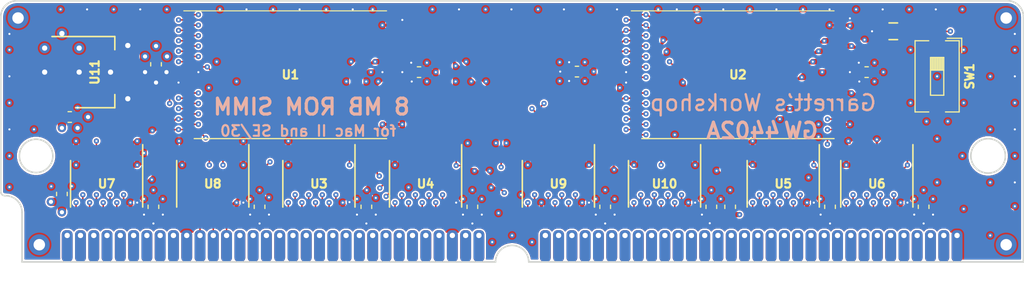
<source format=kicad_pcb>
(kicad_pcb (version 20171130) (host pcbnew "(5.1.5-0-10_14)")
  (layers (0 F.Cu signal) (1 In1.Cu power) (2 In2.Cu signal) (31 B.Cu power) (34 B.Paste user) (35 F.Paste user) (36 B.SilkS user) (37 F.SilkS user) (38 B.Mask user) (39 F.Mask user) (44 Edge.Cuts user))
  (net 0 "")
  (net 1 +5V)
  (net 2 /D0)
  (net 3 /D1)
  (net 4 /~WE~)
  (net 5 /D2)
  (net 6 /D3)
  (net 7 GND)
  (net 8 /D4)
  (net 9 /D5)
  (net 10 /D6)
  (net 11 /A11)
  (net 12 /D7)
  (net 13 /A0)
  (net 14 /A1)
  (net 15 /A2)
  (net 16 /A3)
  (net 17 /A4)
  (net 18 /A5)
  (net 19 /A6)
  (net 20 /A7)
  (net 21 /~CS~)
  (net 22 /~OE~)
  (net 23 /D8)
  (net 24 /D9)
  (net 25 /D10)
  (net 26 /D11)
  (net 27 /D12)
  (net 28 /D13)
  (net 29 /D14)
  (net 30 /D15)
  (net 31 /A8)
  (net 32 /A9)
  (net 33 /A10)
  (net 34 /A12)
  (net 35 /A13)
  (net 36 /A14)
  (net 37 /A15)
  (net 38 /A16)
  (net 39 /A17)
  (net 40 /A18)
  (net 41 /A19)
  (net 42 /A20)
  (net 43 /A21)
  (net 44 /A22)
  (net 45 /D16)
  (net 46 /D17)
  (net 47 /D18)
  (net 48 /D19)
  (net 49 /D20)
  (net 50 /D21)
  (net 51 /D22)
  (net 52 /D23)
  (net 53 /D24)
  (net 54 /D25)
  (net 55 /D26)
  (net 56 /D27)
  (net 57 /D28)
  (net 58 /D29)
  (net 59 /D30)
  (net 60 /D31)
  (net 61 +3V3)
  (net 62 /RD7)
  (net 63 /RD6)
  (net 64 /RD5)
  (net 65 /RD4)
  (net 66 /RD3)
  (net 67 /RD2)
  (net 68 /RD1)
  (net 69 /RD0)
  (net 70 /RD8)
  (net 71 /RD9)
  (net 72 /RD10)
  (net 73 /RD11)
  (net 74 /RD12)
  (net 75 /RD13)
  (net 76 /RD14)
  (net 77 /RD15)
  (net 78 /RD23)
  (net 79 /RD22)
  (net 80 /RD21)
  (net 81 /RD20)
  (net 82 /RD19)
  (net 83 /RD18)
  (net 84 /RD17)
  (net 85 /RD16)
  (net 86 /RD24)
  (net 87 /RD25)
  (net 88 /RD26)
  (net 89 /RD27)
  (net 90 /RD28)
  (net 91 /RD29)
  (net 92 /RD30)
  (net 93 /RD31)
  (net 94 /RA7)
  (net 95 /RA6)
  (net 96 /RA5)
  (net 97 /RA4)
  (net 98 /RA3)
  (net 99 /RA2)
  (net 100 /RA1)
  (net 101 /RA0)
  (net 102 /R~CS~)
  (net 103 /R~OE~)
  (net 104 /R~WE~)
  (net 105 "Net-(U8-Pad5)")
  (net 106 "Net-(U8-Pad7)")
  (net 107 /RA8)
  (net 108 /RA9)
  (net 109 /RA17)
  (net 110 /RA16)
  (net 111 /RA15)
  (net 112 /RA14)
  (net 113 /RA13)
  (net 114 /RA12)
  (net 115 /RA11)
  (net 116 /RA10)
  (net 117 /RA18)
  (net 118 /RA19)
  (net 119 /RA20)
  (net 120 /RA21)
  (net 121 /RA22)
  (net 122 "Net-(U8-Pad8)")
  (net 123 "Net-(U8-Pad9)")
  (net 124 "Net-(U9-Pad7)")
  (net 125 "Net-(U1-Pad15)")
  (net 126 "Net-(U2-Pad15)")
  (net 127 "Net-(U8-Pad3)")
  (net 128 "Net-(J1-Pad63)")
  (net 129 /RA23)
  (module Button_Switch_SMD:SW_DIP_SPSTx01_Slide_6.7x4.1mm_W8.61mm_P2.54mm_LowProfile (layer F.Cu) (at 161.29 109.855 270)
    (fp_text reference SW1 (at 0 -3.11 90) (layer F.SilkS) (effects (font (size 0.8128 0.8128) (thickness 0.2032))))
    (fp_text value "ROM Select")
    (pad 2 smd rect (at 4.305 0 270) (size 2.44 1.12) (layers F.Cu F.Paste F.Mask) (net 7 GND))
    (pad 1 smd rect (at -4.305 0 270) (size 2.44 1.12) (layers F.Cu F.Paste F.Mask) (net 129 /RA23))
  )
  (module stdpads:C_0603 (layer F.Cu) (at 86.6 108.7 90)
    (fp_text reference C14)
    (fp_text value 2u2)
    (pad 2 smd roundrect (at 0.75 0 90) (size 0.85 0.95) (layers F.Cu F.Paste F.Mask) (net 7 GND))
    (pad 1 smd roundrect (at -0.75 0 90) (size 0.85 0.95) (layers F.Cu F.Paste F.Mask) (net 61 +3V3))
  )
  (module stdpads:MacIIROMSIMM_Edge (layer F.Cu) (at 120.65 127.635)
    (fp_text reference J1 hide)
    (fp_text value ROM)
    (pad 64 thru_hole roundrect (at 42.545 -2.54) (size 1.0414 3.048) (drill 0.508 (offset 0 1.016)) (layers *.Cu *.Mask) (roundrect_rratio 0.4) (net 7 GND))
    (pad 63 thru_hole roundrect (at 41.275 -2.54) (size 1.0414 3.048) (drill 0.508 (offset 0 1.016)) (layers *.Cu *.Mask) (roundrect_rratio 0.4) (net 128 "Net-(J1-Pad63)"))
    (pad 62 thru_hole roundrect (at 40.005 -2.54) (size 1.0414 3.048) (drill 0.508 (offset 0 1.016)) (layers *.Cu *.Mask) (roundrect_rratio 0.4) (net 60 /D31))
    (pad 61 thru_hole roundrect (at 38.735 -2.54) (size 1.0414 3.048) (drill 0.508 (offset 0 1.016)) (layers *.Cu *.Mask) (roundrect_rratio 0.4) (net 59 /D30))
    (pad 60 thru_hole roundrect (at 37.465 -2.54) (size 1.0414 3.048) (drill 0.508 (offset 0 1.016)) (layers *.Cu *.Mask) (roundrect_rratio 0.4) (net 58 /D29))
    (pad 59 thru_hole roundrect (at 36.195 -2.54) (size 1.0414 3.048) (drill 0.508 (offset 0 1.016)) (layers *.Cu *.Mask) (roundrect_rratio 0.4) (net 57 /D28))
    (pad 58 thru_hole roundrect (at 34.925 -2.54) (size 1.0414 3.048) (drill 0.508 (offset 0 1.016)) (layers *.Cu *.Mask) (roundrect_rratio 0.4) (net 56 /D27))
    (pad 57 thru_hole roundrect (at 33.655 -2.54) (size 1.0414 3.048) (drill 0.508 (offset 0 1.016)) (layers *.Cu *.Mask) (roundrect_rratio 0.4) (net 55 /D26))
    (pad 56 thru_hole roundrect (at 32.385 -2.54) (size 1.0414 3.048) (drill 0.508 (offset 0 1.016)) (layers *.Cu *.Mask) (roundrect_rratio 0.4) (net 54 /D25))
    (pad 55 thru_hole roundrect (at 31.115 -2.54) (size 1.0414 3.048) (drill 0.508 (offset 0 1.016)) (layers *.Cu *.Mask) (roundrect_rratio 0.4) (net 53 /D24))
    (pad 54 thru_hole roundrect (at 29.845 -2.54) (size 1.0414 3.048) (drill 0.508 (offset 0 1.016)) (layers *.Cu *.Mask) (roundrect_rratio 0.4) (net 52 /D23))
    (pad 53 thru_hole roundrect (at 28.575 -2.54) (size 1.0414 3.048) (drill 0.508 (offset 0 1.016)) (layers *.Cu *.Mask) (roundrect_rratio 0.4) (net 51 /D22))
    (pad 52 thru_hole roundrect (at 27.305 -2.54) (size 1.0414 3.048) (drill 0.508 (offset 0 1.016)) (layers *.Cu *.Mask) (roundrect_rratio 0.4) (net 50 /D21))
    (pad 51 thru_hole roundrect (at 26.035 -2.54) (size 1.0414 3.048) (drill 0.508 (offset 0 1.016)) (layers *.Cu *.Mask) (roundrect_rratio 0.4) (net 49 /D20))
    (pad 50 thru_hole roundrect (at 24.765 -2.54) (size 1.0414 3.048) (drill 0.508 (offset 0 1.016)) (layers *.Cu *.Mask) (roundrect_rratio 0.4) (net 48 /D19))
    (pad 49 thru_hole roundrect (at 23.495 -2.54) (size 1.0414 3.048) (drill 0.508 (offset 0 1.016)) (layers *.Cu *.Mask) (roundrect_rratio 0.4) (net 47 /D18))
    (pad 48 thru_hole roundrect (at 22.225 -2.54) (size 1.0414 3.048) (drill 0.508 (offset 0 1.016)) (layers *.Cu *.Mask) (roundrect_rratio 0.4) (net 46 /D17))
    (pad 47 thru_hole roundrect (at 20.955 -2.54) (size 1.0414 3.048) (drill 0.508 (offset 0 1.016)) (layers *.Cu *.Mask) (roundrect_rratio 0.4) (net 45 /D16))
    (pad 46 thru_hole roundrect (at 19.685 -2.54) (size 1.0414 3.048) (drill 0.508 (offset 0 1.016)) (layers *.Cu *.Mask) (roundrect_rratio 0.4) (net 1 +5V))
    (pad 45 thru_hole roundrect (at 18.415 -2.54) (size 1.0414 3.048) (drill 0.508 (offset 0 1.016)) (layers *.Cu *.Mask) (roundrect_rratio 0.4) (net 44 /A22))
    (pad 44 thru_hole roundrect (at 17.145 -2.54) (size 1.0414 3.048) (drill 0.508 (offset 0 1.016)) (layers *.Cu *.Mask) (roundrect_rratio 0.4) (net 43 /A21))
    (pad 43 thru_hole roundrect (at 15.875 -2.54) (size 1.0414 3.048) (drill 0.508 (offset 0 1.016)) (layers *.Cu *.Mask) (roundrect_rratio 0.4) (net 42 /A20))
    (pad 42 thru_hole roundrect (at 14.605 -2.54) (size 1.0414 3.048) (drill 0.508 (offset 0 1.016)) (layers *.Cu *.Mask) (roundrect_rratio 0.4) (net 41 /A19))
    (pad 41 thru_hole roundrect (at 13.335 -2.54) (size 1.0414 3.048) (drill 0.508 (offset 0 1.016)) (layers *.Cu *.Mask) (roundrect_rratio 0.4) (net 40 /A18))
    (pad 40 thru_hole roundrect (at 12.065 -2.54) (size 1.0414 3.048) (drill 0.508 (offset 0 1.016)) (layers *.Cu *.Mask) (roundrect_rratio 0.4) (net 39 /A17))
    (pad 39 thru_hole roundrect (at 10.795 -2.54) (size 1.0414 3.048) (drill 0.508 (offset 0 1.016)) (layers *.Cu *.Mask) (roundrect_rratio 0.4) (net 38 /A16))
    (pad 38 thru_hole roundrect (at 9.525 -2.54) (size 1.0414 3.048) (drill 0.508 (offset 0 1.016)) (layers *.Cu *.Mask) (roundrect_rratio 0.4) (net 37 /A15))
    (pad 37 thru_hole roundrect (at 8.255 -2.54) (size 1.0414 3.048) (drill 0.508 (offset 0 1.016)) (layers *.Cu *.Mask) (roundrect_rratio 0.4) (net 36 /A14))
    (pad 36 thru_hole roundrect (at 6.985 -2.54) (size 1.0414 3.048) (drill 0.508 (offset 0 1.016)) (layers *.Cu *.Mask) (roundrect_rratio 0.4) (net 35 /A13))
    (pad 35 thru_hole roundrect (at 5.715 -2.54) (size 1.0414 3.048) (drill 0.508 (offset 0 1.016)) (layers *.Cu *.Mask) (roundrect_rratio 0.4) (net 34 /A12))
    (pad 34 thru_hole roundrect (at 4.445 -2.54) (size 1.0414 3.048) (drill 0.508 (offset 0 1.016)) (layers *.Cu *.Mask) (roundrect_rratio 0.4) (net 11 /A11))
    (pad 33 thru_hole roundrect (at 3.175 -2.54) (size 1.0414 3.048) (drill 0.508 (offset 0 1.016)) (layers *.Cu *.Mask) (roundrect_rratio 0.4) (net 33 /A10))
    (pad 32 thru_hole roundrect (at -3.175 -2.54) (size 1.0414 3.048) (drill 0.508 (offset 0 1.016)) (layers *.Cu *.Mask) (roundrect_rratio 0.4) (net 32 /A9))
    (pad 31 thru_hole roundrect (at -4.445 -2.54) (size 1.0414 3.048) (drill 0.508 (offset 0 1.016)) (layers *.Cu *.Mask) (roundrect_rratio 0.4) (net 31 /A8))
    (pad 30 thru_hole roundrect (at -5.715 -2.54) (size 1.0414 3.048) (drill 0.508 (offset 0 1.016)) (layers *.Cu *.Mask) (roundrect_rratio 0.4) (net 7 GND))
    (pad 29 thru_hole roundrect (at -6.985 -2.54) (size 1.0414 3.048) (drill 0.508 (offset 0 1.016)) (layers *.Cu *.Mask) (roundrect_rratio 0.4) (net 30 /D15))
    (pad 28 thru_hole roundrect (at -8.255 -2.54) (size 1.0414 3.048) (drill 0.508 (offset 0 1.016)) (layers *.Cu *.Mask) (roundrect_rratio 0.4) (net 29 /D14))
    (pad 27 thru_hole roundrect (at -9.525 -2.54) (size 1.0414 3.048) (drill 0.508 (offset 0 1.016)) (layers *.Cu *.Mask) (roundrect_rratio 0.4) (net 28 /D13))
    (pad 26 thru_hole roundrect (at -10.795 -2.54) (size 1.0414 3.048) (drill 0.508 (offset 0 1.016)) (layers *.Cu *.Mask) (roundrect_rratio 0.4) (net 27 /D12))
    (pad 25 thru_hole roundrect (at -12.065 -2.54) (size 1.0414 3.048) (drill 0.508 (offset 0 1.016)) (layers *.Cu *.Mask) (roundrect_rratio 0.4) (net 26 /D11))
    (pad 24 thru_hole roundrect (at -13.335 -2.54) (size 1.0414 3.048) (drill 0.508 (offset 0 1.016)) (layers *.Cu *.Mask) (roundrect_rratio 0.4) (net 25 /D10))
    (pad 23 thru_hole roundrect (at -14.605 -2.54) (size 1.0414 3.048) (drill 0.508 (offset 0 1.016)) (layers *.Cu *.Mask) (roundrect_rratio 0.4) (net 24 /D9))
    (pad 22 thru_hole roundrect (at -15.875 -2.54) (size 1.0414 3.048) (drill 0.508 (offset 0 1.016)) (layers *.Cu *.Mask) (roundrect_rratio 0.4) (net 23 /D8))
    (pad 21 thru_hole roundrect (at -17.145 -2.54) (size 1.0414 3.048) (drill 0.508 (offset 0 1.016)) (layers *.Cu *.Mask) (roundrect_rratio 0.4) (net 12 /D7))
    (pad 20 thru_hole roundrect (at -18.415 -2.54) (size 1.0414 3.048) (drill 0.508 (offset 0 1.016)) (layers *.Cu *.Mask) (roundrect_rratio 0.4) (net 10 /D6))
    (pad 19 thru_hole roundrect (at -19.685 -2.54) (size 1.0414 3.048) (drill 0.508 (offset 0 1.016)) (layers *.Cu *.Mask) (roundrect_rratio 0.4) (net 9 /D5))
    (pad 18 thru_hole roundrect (at -20.955 -2.54) (size 1.0414 3.048) (drill 0.508 (offset 0 1.016)) (layers *.Cu *.Mask) (roundrect_rratio 0.4) (net 8 /D4))
    (pad 17 thru_hole roundrect (at -22.225 -2.54) (size 1.0414 3.048) (drill 0.508 (offset 0 1.016)) (layers *.Cu *.Mask) (roundrect_rratio 0.4) (net 6 /D3))
    (pad 16 thru_hole roundrect (at -23.495 -2.54) (size 1.0414 3.048) (drill 0.508 (offset 0 1.016)) (layers *.Cu *.Mask) (roundrect_rratio 0.4) (net 5 /D2))
    (pad 15 thru_hole roundrect (at -24.765 -2.54) (size 1.0414 3.048) (drill 0.508 (offset 0 1.016)) (layers *.Cu *.Mask) (roundrect_rratio 0.4) (net 3 /D1))
    (pad 14 thru_hole roundrect (at -26.035 -2.54) (size 1.0414 3.048) (drill 0.508 (offset 0 1.016)) (layers *.Cu *.Mask) (roundrect_rratio 0.4) (net 2 /D0))
    (pad 13 thru_hole roundrect (at -27.305 -2.54) (size 1.0414 3.048) (drill 0.508 (offset 0 1.016)) (layers *.Cu *.Mask) (roundrect_rratio 0.4) (net 4 /~WE~))
    (pad 12 thru_hole roundrect (at -28.575 -2.54) (size 1.0414 3.048) (drill 0.508 (offset 0 1.016)) (layers *.Cu *.Mask) (roundrect_rratio 0.4) (net 22 /~OE~))
    (pad 11 thru_hole roundrect (at -29.845 -2.54) (size 1.0414 3.048) (drill 0.508 (offset 0 1.016)) (layers *.Cu *.Mask) (roundrect_rratio 0.4) (net 21 /~CS~))
    (pad 10 thru_hole roundrect (at -31.115 -2.54) (size 1.0414 3.048) (drill 0.508 (offset 0 1.016)) (layers *.Cu *.Mask) (roundrect_rratio 0.4) (net 7 GND))
    (pad 9 thru_hole roundrect (at -32.385 -2.54) (size 1.0414 3.048) (drill 0.508 (offset 0 1.016)) (layers *.Cu *.Mask) (roundrect_rratio 0.4) (net 20 /A7))
    (pad 8 thru_hole roundrect (at -33.655 -2.54) (size 1.0414 3.048) (drill 0.508 (offset 0 1.016)) (layers *.Cu *.Mask) (roundrect_rratio 0.4) (net 19 /A6))
    (pad 7 thru_hole roundrect (at -34.925 -2.54) (size 1.0414 3.048) (drill 0.508 (offset 0 1.016)) (layers *.Cu *.Mask) (roundrect_rratio 0.4) (net 18 /A5))
    (pad 6 thru_hole roundrect (at -36.195 -2.54) (size 1.0414 3.048) (drill 0.508 (offset 0 1.016)) (layers *.Cu *.Mask) (roundrect_rratio 0.4) (net 17 /A4))
    (pad 5 thru_hole roundrect (at -37.465 -2.54) (size 1.0414 3.048) (drill 0.508 (offset 0 1.016)) (layers *.Cu *.Mask) (roundrect_rratio 0.4) (net 16 /A3))
    (pad 4 thru_hole roundrect (at -38.735 -2.54) (size 1.0414 3.048) (drill 0.508 (offset 0 1.016)) (layers *.Cu *.Mask) (roundrect_rratio 0.4) (net 15 /A2))
    (pad 3 thru_hole roundrect (at -40.005 -2.54) (size 1.0414 3.048) (drill 0.508 (offset 0 1.016)) (layers *.Cu *.Mask) (roundrect_rratio 0.4) (net 14 /A1))
    (pad 2 thru_hole roundrect (at -41.275 -2.54) (size 1.0414 3.048) (drill 0.508 (offset 0 1.016)) (layers *.Cu *.Mask) (roundrect_rratio 0.4) (net 13 /A0))
    (pad 1 thru_hole roundrect (at -42.545 -2.54) (size 1.0414 3.048) (drill 0.508 (offset 0 1.016)) (layers *.Cu *.Mask) (roundrect_rratio 0.4) (net 1 +5V))
  )
  (module stdpads:PasteHole_1.1mm_PTH (layer F.Cu) (at 75.438 125.984)
    (fp_text reference H2)
    (fp_text value " " hide)
    (pad 1 thru_hole circle (at 0 0) (size 2 2) (drill 1.1) (layers *.Cu *.Mask) (net 7 GND))
  )
  (module stdpads:PasteHole_1.1mm_PTH (layer F.Cu) (at 167.894 125.984)
    (fp_text reference H3)
    (fp_text value " " hide)
    (pad 1 thru_hole circle (at 0 0) (size 2 2) (drill 1.1) (layers *.Cu *.Mask) (net 7 GND))
  )
  (module stdpads:TSOP-I-48_18.4x12mm_P0.5mm (layer F.Cu) (at 99.45 109.7)
    (fp_text reference U1)
    (fp_text value MX29LV320)
    (fp_text user %R (at 0 0) (layer F.SilkS) (effects (font (size 0.8128 0.8128) (thickness 0.2032))))
    (pad 1 smd roundrect (at -9.75 -5.75) (size 1.1 0.3) (layers F.Cu F.Paste F.Mask) (net 109 /RA17))
    (pad 25 smd roundrect (at 9.75 5.75) (size 1.1 0.3) (layers F.Cu F.Paste F.Mask) (net 99 /RA2))
    (pad 2 smd roundrect (at -9.75 -5.25) (size 1.1 0.3) (layers F.Cu F.Paste F.Mask) (net 110 /RA16))
    (pad 3 smd roundrect (at -9.75 -4.75) (size 1.1 0.3) (layers F.Cu F.Paste F.Mask) (net 111 /RA15))
    (pad 4 smd roundrect (at -9.75 -4.25) (size 1.1 0.3) (layers F.Cu F.Paste F.Mask) (net 112 /RA14))
    (pad 5 smd roundrect (at -9.75 -3.75) (size 1.1 0.3) (layers F.Cu F.Paste F.Mask) (net 113 /RA13))
    (pad 6 smd roundrect (at -9.75 -3.25) (size 1.1 0.3) (layers F.Cu F.Paste F.Mask) (net 114 /RA12))
    (pad 7 smd roundrect (at -9.75 -2.75) (size 1.1 0.3) (layers F.Cu F.Paste F.Mask) (net 115 /RA11))
    (pad 8 smd roundrect (at -9.75 -2.25) (size 1.1 0.3) (layers F.Cu F.Paste F.Mask) (net 116 /RA10))
    (pad 9 smd roundrect (at -9.75 -1.75) (size 1.1 0.3) (layers F.Cu F.Paste F.Mask) (net 120 /RA21))
    (pad 10 smd roundrect (at -9.75 -1.25) (size 1.1 0.3) (layers F.Cu F.Paste F.Mask) (net 121 /RA22))
    (pad 11 smd roundrect (at -9.75 -0.75) (size 1.1 0.3) (layers F.Cu F.Paste F.Mask) (net 104 /R~WE~))
    (pad 12 smd roundrect (at -9.75 -0.25) (size 1.1 0.3) (layers F.Cu F.Paste F.Mask) (net 61 +3V3))
    (pad 13 smd roundrect (at -9.75 0.25) (size 1.1 0.3) (layers F.Cu F.Paste F.Mask) (net 129 /RA23))
    (pad 14 smd roundrect (at -9.75 0.75) (size 1.1 0.3) (layers F.Cu F.Paste F.Mask) (net 61 +3V3))
    (pad 15 smd roundrect (at -9.75 1.25) (size 1.1 0.3) (layers F.Cu F.Paste F.Mask) (net 125 "Net-(U1-Pad15)"))
    (pad 16 smd roundrect (at -9.75 1.75) (size 1.1 0.3) (layers F.Cu F.Paste F.Mask) (net 119 /RA20))
    (pad 17 smd roundrect (at -9.75 2.25) (size 1.1 0.3) (layers F.Cu F.Paste F.Mask) (net 118 /RA19))
    (pad 18 smd roundrect (at -9.75 2.75) (size 1.1 0.3) (layers F.Cu F.Paste F.Mask) (net 108 /RA9))
    (pad 19 smd roundrect (at -9.75 3.25) (size 1.1 0.3) (layers F.Cu F.Paste F.Mask) (net 107 /RA8))
    (pad 20 smd roundrect (at -9.75 3.75) (size 1.1 0.3) (layers F.Cu F.Paste F.Mask) (net 94 /RA7))
    (pad 21 smd roundrect (at -9.75 4.25) (size 1.1 0.3) (layers F.Cu F.Paste F.Mask) (net 95 /RA6))
    (pad 22 smd roundrect (at -9.75 4.75) (size 1.1 0.3) (layers F.Cu F.Paste F.Mask) (net 96 /RA5))
    (pad 23 smd roundrect (at -9.75 5.25) (size 1.1 0.3) (layers F.Cu F.Paste F.Mask) (net 97 /RA4))
    (pad 24 smd roundrect (at -9.75 5.75) (size 1.1 0.3) (layers F.Cu F.Paste F.Mask) (net 98 /RA3))
    (pad 26 smd roundrect (at 9.75 5.25) (size 1.1 0.3) (layers F.Cu F.Paste F.Mask) (net 102 /R~CS~))
    (pad 27 smd roundrect (at 9.75 4.75) (size 1.1 0.3) (layers F.Cu F.Paste F.Mask) (net 7 GND))
    (pad 28 smd roundrect (at 9.75 4.25) (size 1.1 0.3) (layers F.Cu F.Paste F.Mask) (net 103 /R~OE~))
    (pad 29 smd roundrect (at 9.75 3.75) (size 1.1 0.3) (layers F.Cu F.Paste F.Mask) (net 69 /RD0))
    (pad 30 smd roundrect (at 9.75 3.25) (size 1.1 0.3) (layers F.Cu F.Paste F.Mask) (net 70 /RD8))
    (pad 31 smd roundrect (at 9.75 2.75) (size 1.1 0.3) (layers F.Cu F.Paste F.Mask) (net 68 /RD1))
    (pad 32 smd roundrect (at 9.75 2.25) (size 1.1 0.3) (layers F.Cu F.Paste F.Mask) (net 71 /RD9))
    (pad 33 smd roundrect (at 9.75 1.75) (size 1.1 0.3) (layers F.Cu F.Paste F.Mask) (net 67 /RD2))
    (pad 34 smd roundrect (at 9.75 1.25) (size 1.1 0.3) (layers F.Cu F.Paste F.Mask) (net 72 /RD10))
    (pad 35 smd roundrect (at 9.75 0.75) (size 1.1 0.3) (layers F.Cu F.Paste F.Mask) (net 66 /RD3))
    (pad 36 smd roundrect (at 9.75 0.25) (size 1.1 0.3) (layers F.Cu F.Paste F.Mask) (net 73 /RD11))
    (pad 37 smd roundrect (at 9.75 -0.25) (size 1.1 0.3) (layers F.Cu F.Paste F.Mask) (net 61 +3V3))
    (pad 38 smd roundrect (at 9.75 -0.75) (size 1.1 0.3) (layers F.Cu F.Paste F.Mask) (net 65 /RD4))
    (pad 39 smd roundrect (at 9.75 -1.25) (size 1.1 0.3) (layers F.Cu F.Paste F.Mask) (net 74 /RD12))
    (pad 40 smd roundrect (at 9.75 -1.75) (size 1.1 0.3) (layers F.Cu F.Paste F.Mask) (net 64 /RD5))
    (pad 41 smd roundrect (at 9.75 -2.25) (size 1.1 0.3) (layers F.Cu F.Paste F.Mask) (net 75 /RD13))
    (pad 42 smd roundrect (at 9.75 -2.75) (size 1.1 0.3) (layers F.Cu F.Paste F.Mask) (net 63 /RD6))
    (pad 43 smd roundrect (at 9.75 -3.25) (size 1.1 0.3) (layers F.Cu F.Paste F.Mask) (net 76 /RD14))
    (pad 44 smd roundrect (at 9.75 -3.75) (size 1.1 0.3) (layers F.Cu F.Paste F.Mask) (net 62 /RD7))
    (pad 45 smd roundrect (at 9.75 -4.25) (size 1.1 0.3) (layers F.Cu F.Paste F.Mask) (net 77 /RD15))
    (pad 46 smd roundrect (at 9.75 -4.75) (size 1.1 0.3) (layers F.Cu F.Paste F.Mask) (net 7 GND))
    (pad 47 smd roundrect (at 9.75 -5.25) (size 1.1 0.3) (layers F.Cu F.Paste F.Mask) (net 61 +3V3))
    (pad 48 smd roundrect (at 9.75 -5.75) (size 1.1 0.3) (layers F.Cu F.Paste F.Mask) (net 117 /RA18))
  )
  (module stdpads:TSOP-I-48_18.4x12mm_P0.5mm (layer F.Cu) (at 142.24 109.7)
    (fp_text reference U2)
    (fp_text value MX29LV320)
    (fp_text user %R (at 0 0) (layer F.SilkS) (effects (font (size 0.8128 0.8128) (thickness 0.2032))))
    (pad 1 smd roundrect (at -9.75 -5.75) (size 1.1 0.3) (layers F.Cu F.Paste F.Mask) (net 109 /RA17))
    (pad 25 smd roundrect (at 9.75 5.75) (size 1.1 0.3) (layers F.Cu F.Paste F.Mask) (net 99 /RA2))
    (pad 2 smd roundrect (at -9.75 -5.25) (size 1.1 0.3) (layers F.Cu F.Paste F.Mask) (net 110 /RA16))
    (pad 3 smd roundrect (at -9.75 -4.75) (size 1.1 0.3) (layers F.Cu F.Paste F.Mask) (net 111 /RA15))
    (pad 4 smd roundrect (at -9.75 -4.25) (size 1.1 0.3) (layers F.Cu F.Paste F.Mask) (net 112 /RA14))
    (pad 5 smd roundrect (at -9.75 -3.75) (size 1.1 0.3) (layers F.Cu F.Paste F.Mask) (net 113 /RA13))
    (pad 6 smd roundrect (at -9.75 -3.25) (size 1.1 0.3) (layers F.Cu F.Paste F.Mask) (net 114 /RA12))
    (pad 7 smd roundrect (at -9.75 -2.75) (size 1.1 0.3) (layers F.Cu F.Paste F.Mask) (net 115 /RA11))
    (pad 8 smd roundrect (at -9.75 -2.25) (size 1.1 0.3) (layers F.Cu F.Paste F.Mask) (net 116 /RA10))
    (pad 9 smd roundrect (at -9.75 -1.75) (size 1.1 0.3) (layers F.Cu F.Paste F.Mask) (net 120 /RA21))
    (pad 10 smd roundrect (at -9.75 -1.25) (size 1.1 0.3) (layers F.Cu F.Paste F.Mask) (net 121 /RA22))
    (pad 11 smd roundrect (at -9.75 -0.75) (size 1.1 0.3) (layers F.Cu F.Paste F.Mask) (net 104 /R~WE~))
    (pad 12 smd roundrect (at -9.75 -0.25) (size 1.1 0.3) (layers F.Cu F.Paste F.Mask) (net 61 +3V3))
    (pad 13 smd roundrect (at -9.75 0.25) (size 1.1 0.3) (layers F.Cu F.Paste F.Mask) (net 129 /RA23))
    (pad 14 smd roundrect (at -9.75 0.75) (size 1.1 0.3) (layers F.Cu F.Paste F.Mask) (net 61 +3V3))
    (pad 15 smd roundrect (at -9.75 1.25) (size 1.1 0.3) (layers F.Cu F.Paste F.Mask) (net 126 "Net-(U2-Pad15)"))
    (pad 16 smd roundrect (at -9.75 1.75) (size 1.1 0.3) (layers F.Cu F.Paste F.Mask) (net 119 /RA20))
    (pad 17 smd roundrect (at -9.75 2.25) (size 1.1 0.3) (layers F.Cu F.Paste F.Mask) (net 118 /RA19))
    (pad 18 smd roundrect (at -9.75 2.75) (size 1.1 0.3) (layers F.Cu F.Paste F.Mask) (net 108 /RA9))
    (pad 19 smd roundrect (at -9.75 3.25) (size 1.1 0.3) (layers F.Cu F.Paste F.Mask) (net 107 /RA8))
    (pad 20 smd roundrect (at -9.75 3.75) (size 1.1 0.3) (layers F.Cu F.Paste F.Mask) (net 94 /RA7))
    (pad 21 smd roundrect (at -9.75 4.25) (size 1.1 0.3) (layers F.Cu F.Paste F.Mask) (net 95 /RA6))
    (pad 22 smd roundrect (at -9.75 4.75) (size 1.1 0.3) (layers F.Cu F.Paste F.Mask) (net 96 /RA5))
    (pad 23 smd roundrect (at -9.75 5.25) (size 1.1 0.3) (layers F.Cu F.Paste F.Mask) (net 97 /RA4))
    (pad 24 smd roundrect (at -9.75 5.75) (size 1.1 0.3) (layers F.Cu F.Paste F.Mask) (net 98 /RA3))
    (pad 26 smd roundrect (at 9.75 5.25) (size 1.1 0.3) (layers F.Cu F.Paste F.Mask) (net 102 /R~CS~))
    (pad 27 smd roundrect (at 9.75 4.75) (size 1.1 0.3) (layers F.Cu F.Paste F.Mask) (net 7 GND))
    (pad 28 smd roundrect (at 9.75 4.25) (size 1.1 0.3) (layers F.Cu F.Paste F.Mask) (net 103 /R~OE~))
    (pad 29 smd roundrect (at 9.75 3.75) (size 1.1 0.3) (layers F.Cu F.Paste F.Mask) (net 85 /RD16))
    (pad 30 smd roundrect (at 9.75 3.25) (size 1.1 0.3) (layers F.Cu F.Paste F.Mask) (net 86 /RD24))
    (pad 31 smd roundrect (at 9.75 2.75) (size 1.1 0.3) (layers F.Cu F.Paste F.Mask) (net 84 /RD17))
    (pad 32 smd roundrect (at 9.75 2.25) (size 1.1 0.3) (layers F.Cu F.Paste F.Mask) (net 87 /RD25))
    (pad 33 smd roundrect (at 9.75 1.75) (size 1.1 0.3) (layers F.Cu F.Paste F.Mask) (net 83 /RD18))
    (pad 34 smd roundrect (at 9.75 1.25) (size 1.1 0.3) (layers F.Cu F.Paste F.Mask) (net 88 /RD26))
    (pad 35 smd roundrect (at 9.75 0.75) (size 1.1 0.3) (layers F.Cu F.Paste F.Mask) (net 82 /RD19))
    (pad 36 smd roundrect (at 9.75 0.25) (size 1.1 0.3) (layers F.Cu F.Paste F.Mask) (net 89 /RD27))
    (pad 37 smd roundrect (at 9.75 -0.25) (size 1.1 0.3) (layers F.Cu F.Paste F.Mask) (net 61 +3V3))
    (pad 38 smd roundrect (at 9.75 -0.75) (size 1.1 0.3) (layers F.Cu F.Paste F.Mask) (net 81 /RD20))
    (pad 39 smd roundrect (at 9.75 -1.25) (size 1.1 0.3) (layers F.Cu F.Paste F.Mask) (net 90 /RD28))
    (pad 40 smd roundrect (at 9.75 -1.75) (size 1.1 0.3) (layers F.Cu F.Paste F.Mask) (net 80 /RD21))
    (pad 41 smd roundrect (at 9.75 -2.25) (size 1.1 0.3) (layers F.Cu F.Paste F.Mask) (net 91 /RD29))
    (pad 42 smd roundrect (at 9.75 -2.75) (size 1.1 0.3) (layers F.Cu F.Paste F.Mask) (net 79 /RD22))
    (pad 43 smd roundrect (at 9.75 -3.25) (size 1.1 0.3) (layers F.Cu F.Paste F.Mask) (net 92 /RD30))
    (pad 44 smd roundrect (at 9.75 -3.75) (size 1.1 0.3) (layers F.Cu F.Paste F.Mask) (net 78 /RD23))
    (pad 45 smd roundrect (at 9.75 -4.25) (size 1.1 0.3) (layers F.Cu F.Paste F.Mask) (net 93 /RD31))
    (pad 46 smd roundrect (at 9.75 -4.75) (size 1.1 0.3) (layers F.Cu F.Paste F.Mask) (net 7 GND))
    (pad 47 smd roundrect (at 9.75 -5.25) (size 1.1 0.3) (layers F.Cu F.Paste F.Mask) (net 61 +3V3))
    (pad 48 smd roundrect (at 9.75 -5.75) (size 1.1 0.3) (layers F.Cu F.Paste F.Mask) (net 117 /RA18))
  )
  (module stdpads:TSSOP-20_4.4x6.5mm_P0.65mm (layer F.Cu) (at 102.175 120.15 270)
    (fp_text reference U3)
    (fp_text value 74AHC245)
    (fp_text user %R (at 0 0) (layer F.SilkS) (effects (font (size 0.8128 0.8128) (thickness 0.2032))))
    (pad 1 smd roundrect (at -2.95 -2.925 270) (size 1.45 0.45) (layers F.Cu F.Paste F.Mask) (net 4 /~WE~))
    (pad 2 smd roundrect (at -2.95 -2.275 270) (size 1.45 0.45) (layers F.Cu F.Paste F.Mask) (net 62 /RD7))
    (pad 3 smd roundrect (at -2.95 -1.625 270) (size 1.45 0.45) (layers F.Cu F.Paste F.Mask) (net 63 /RD6))
    (pad 4 smd roundrect (at -2.95 -0.975 270) (size 1.45 0.45) (layers F.Cu F.Paste F.Mask) (net 64 /RD5))
    (pad 5 smd roundrect (at -2.95 -0.325 270) (size 1.45 0.45) (layers F.Cu F.Paste F.Mask) (net 65 /RD4))
    (pad 6 smd roundrect (at -2.95 0.325 270) (size 1.45 0.45) (layers F.Cu F.Paste F.Mask) (net 66 /RD3))
    (pad 7 smd roundrect (at -2.95 0.975 270) (size 1.45 0.45) (layers F.Cu F.Paste F.Mask) (net 67 /RD2))
    (pad 8 smd roundrect (at -2.95 1.625 270) (size 1.45 0.45) (layers F.Cu F.Paste F.Mask) (net 68 /RD1))
    (pad 9 smd roundrect (at -2.95 2.275 270) (size 1.45 0.45) (layers F.Cu F.Paste F.Mask) (net 69 /RD0))
    (pad 10 smd roundrect (at -2.95 2.925 270) (size 1.45 0.45) (layers F.Cu F.Paste F.Mask) (net 7 GND))
    (pad 11 smd roundrect (at 2.95 2.925 270) (size 1.45 0.45) (layers F.Cu F.Paste F.Mask) (net 2 /D0))
    (pad 12 smd roundrect (at 2.95 2.275 270) (size 1.45 0.45) (layers F.Cu F.Paste F.Mask) (net 3 /D1))
    (pad 13 smd roundrect (at 2.95 1.625 270) (size 1.45 0.45) (layers F.Cu F.Paste F.Mask) (net 5 /D2))
    (pad 14 smd roundrect (at 2.95 0.975 270) (size 1.45 0.45) (layers F.Cu F.Paste F.Mask) (net 6 /D3))
    (pad 15 smd roundrect (at 2.95 0.325 270) (size 1.45 0.45) (layers F.Cu F.Paste F.Mask) (net 8 /D4))
    (pad 16 smd roundrect (at 2.95 -0.325 270) (size 1.45 0.45) (layers F.Cu F.Paste F.Mask) (net 9 /D5))
    (pad 17 smd roundrect (at 2.95 -0.975 270) (size 1.45 0.45) (layers F.Cu F.Paste F.Mask) (net 10 /D6))
    (pad 18 smd roundrect (at 2.95 -1.625 270) (size 1.45 0.45) (layers F.Cu F.Paste F.Mask) (net 12 /D7))
    (pad 19 smd roundrect (at 2.95 -2.275 270) (size 1.45 0.45) (layers F.Cu F.Paste F.Mask) (net 7 GND))
    (pad 20 smd roundrect (at 2.95 -2.925 270) (size 1.45 0.45) (layers F.Cu F.Paste F.Mask) (net 61 +3V3))
  )
  (module stdpads:TSSOP-20_4.4x6.5mm_P0.65mm (layer F.Cu) (at 146.575 120.15 270)
    (fp_text reference U5)
    (fp_text value 74AHC245)
    (fp_text user %R (at 0 0) (layer F.SilkS) (effects (font (size 0.8128 0.8128) (thickness 0.2032))))
    (pad 1 smd roundrect (at -2.95 -2.925 270) (size 1.45 0.45) (layers F.Cu F.Paste F.Mask) (net 4 /~WE~))
    (pad 2 smd roundrect (at -2.95 -2.275 270) (size 1.45 0.45) (layers F.Cu F.Paste F.Mask) (net 78 /RD23))
    (pad 3 smd roundrect (at -2.95 -1.625 270) (size 1.45 0.45) (layers F.Cu F.Paste F.Mask) (net 79 /RD22))
    (pad 4 smd roundrect (at -2.95 -0.975 270) (size 1.45 0.45) (layers F.Cu F.Paste F.Mask) (net 80 /RD21))
    (pad 5 smd roundrect (at -2.95 -0.325 270) (size 1.45 0.45) (layers F.Cu F.Paste F.Mask) (net 81 /RD20))
    (pad 6 smd roundrect (at -2.95 0.325 270) (size 1.45 0.45) (layers F.Cu F.Paste F.Mask) (net 82 /RD19))
    (pad 7 smd roundrect (at -2.95 0.975 270) (size 1.45 0.45) (layers F.Cu F.Paste F.Mask) (net 83 /RD18))
    (pad 8 smd roundrect (at -2.95 1.625 270) (size 1.45 0.45) (layers F.Cu F.Paste F.Mask) (net 84 /RD17))
    (pad 9 smd roundrect (at -2.95 2.275 270) (size 1.45 0.45) (layers F.Cu F.Paste F.Mask) (net 85 /RD16))
    (pad 10 smd roundrect (at -2.95 2.925 270) (size 1.45 0.45) (layers F.Cu F.Paste F.Mask) (net 7 GND))
    (pad 11 smd roundrect (at 2.95 2.925 270) (size 1.45 0.45) (layers F.Cu F.Paste F.Mask) (net 45 /D16))
    (pad 12 smd roundrect (at 2.95 2.275 270) (size 1.45 0.45) (layers F.Cu F.Paste F.Mask) (net 46 /D17))
    (pad 13 smd roundrect (at 2.95 1.625 270) (size 1.45 0.45) (layers F.Cu F.Paste F.Mask) (net 47 /D18))
    (pad 14 smd roundrect (at 2.95 0.975 270) (size 1.45 0.45) (layers F.Cu F.Paste F.Mask) (net 48 /D19))
    (pad 15 smd roundrect (at 2.95 0.325 270) (size 1.45 0.45) (layers F.Cu F.Paste F.Mask) (net 49 /D20))
    (pad 16 smd roundrect (at 2.95 -0.325 270) (size 1.45 0.45) (layers F.Cu F.Paste F.Mask) (net 50 /D21))
    (pad 17 smd roundrect (at 2.95 -0.975 270) (size 1.45 0.45) (layers F.Cu F.Paste F.Mask) (net 51 /D22))
    (pad 18 smd roundrect (at 2.95 -1.625 270) (size 1.45 0.45) (layers F.Cu F.Paste F.Mask) (net 52 /D23))
    (pad 19 smd roundrect (at 2.95 -2.275 270) (size 1.45 0.45) (layers F.Cu F.Paste F.Mask) (net 7 GND))
    (pad 20 smd roundrect (at 2.95 -2.925 270) (size 1.45 0.45) (layers F.Cu F.Paste F.Mask) (net 61 +3V3))
  )
  (module stdpads:C_0603 (layer F.Cu) (at 77.6 121.123 90)
    (fp_text reference C1)
    (fp_text value 2u2)
    (pad 2 smd roundrect (at 0.75 0 90) (size 0.85 0.95) (layers F.Cu F.Paste F.Mask) (net 7 GND))
    (pad 1 smd roundrect (at -0.75 0 90) (size 0.85 0.95) (layers F.Cu F.Paste F.Mask) (net 1 +5V))
  )
  (module stdpads:C_0603 (layer F.Cu) (at 141.5 122.35 90)
    (fp_text reference C2)
    (fp_text value 2u2)
    (pad 2 smd roundrect (at 0.75 0 90) (size 0.85 0.95) (layers F.Cu F.Paste F.Mask) (net 7 GND))
    (pad 1 smd roundrect (at -0.75 0 90) (size 0.85 0.95) (layers F.Cu F.Paste F.Mask) (net 1 +5V))
  )
  (module stdpads:C_0603 (layer F.Cu) (at 78.35 113.75)
    (fp_text reference C3)
    (fp_text value 2u2)
    (pad 2 smd roundrect (at 0.75 0) (size 0.85 0.95) (layers F.Cu F.Paste F.Mask) (net 7 GND))
    (pad 1 smd roundrect (at -0.75 0) (size 0.85 0.95) (layers F.Cu F.Paste F.Mask) (net 1 +5V))
  )
  (module stdpads:C_0603 (layer F.Cu) (at 111.75 109.45)
    (fp_text reference C4)
    (fp_text value 2u2)
    (pad 2 smd roundrect (at 0.75 0) (size 0.85 0.95) (layers F.Cu F.Paste F.Mask) (net 7 GND))
    (pad 1 smd roundrect (at -0.75 0) (size 0.85 0.95) (layers F.Cu F.Paste F.Mask) (net 61 +3V3))
  )
  (module stdpads:C_0603 (layer F.Cu) (at 154.55 109.45)
    (fp_text reference C5)
    (fp_text value 2u2)
    (pad 2 smd roundrect (at 0.75 0) (size 0.85 0.95) (layers F.Cu F.Paste F.Mask) (net 7 GND))
    (pad 1 smd roundrect (at -0.75 0) (size 0.85 0.95) (layers F.Cu F.Paste F.Mask) (net 61 +3V3))
  )
  (module stdpads:C_0603 (layer F.Cu) (at 86.35 122.35 90)
    (fp_text reference C6)
    (fp_text value 2u2)
    (pad 2 smd roundrect (at 0.75 0 90) (size 0.85 0.95) (layers F.Cu F.Paste F.Mask) (net 7 GND))
    (pad 1 smd roundrect (at -0.75 0 90) (size 0.85 0.95) (layers F.Cu F.Paste F.Mask) (net 61 +3V3))
  )
  (module stdpads:C_0603 (layer F.Cu) (at 96.5 122.35 90)
    (fp_text reference C7)
    (fp_text value 2u2)
    (pad 2 smd roundrect (at 0.75 0 90) (size 0.85 0.95) (layers F.Cu F.Paste F.Mask) (net 7 GND))
    (pad 1 smd roundrect (at -0.75 0 90) (size 0.85 0.95) (layers F.Cu F.Paste F.Mask) (net 61 +3V3))
  )
  (module stdpads:C_0603 (layer F.Cu) (at 116.85 122.35 90)
    (fp_text reference C9)
    (fp_text value 2u2)
    (pad 2 smd roundrect (at 0.75 0 90) (size 0.85 0.95) (layers F.Cu F.Paste F.Mask) (net 7 GND))
    (pad 1 smd roundrect (at -0.75 0 90) (size 0.85 0.95) (layers F.Cu F.Paste F.Mask) (net 61 +3V3))
  )
  (module stdpads:C_0603 (layer F.Cu) (at 129.55 122.35 90)
    (fp_text reference C10)
    (fp_text value 2u2)
    (pad 2 smd roundrect (at 0.75 0 90) (size 0.85 0.95) (layers F.Cu F.Paste F.Mask) (net 7 GND))
    (pad 1 smd roundrect (at -0.75 0 90) (size 0.85 0.95) (layers F.Cu F.Paste F.Mask) (net 61 +3V3))
  )
  (module stdpads:C_0603 (layer F.Cu) (at 139.7 122.35 90)
    (fp_text reference C11)
    (fp_text value 2u2)
    (pad 2 smd roundrect (at 0.75 0 90) (size 0.85 0.95) (layers F.Cu F.Paste F.Mask) (net 7 GND))
    (pad 1 smd roundrect (at -0.75 0 90) (size 0.85 0.95) (layers F.Cu F.Paste F.Mask) (net 61 +3V3))
  )
  (module stdpads:C_0603 (layer F.Cu) (at 151.05 122.35 90)
    (fp_text reference C12)
    (fp_text value 2u2)
    (pad 2 smd roundrect (at 0.75 0 90) (size 0.85 0.95) (layers F.Cu F.Paste F.Mask) (net 7 GND))
    (pad 1 smd roundrect (at -0.75 0 90) (size 0.85 0.95) (layers F.Cu F.Paste F.Mask) (net 61 +3V3))
  )
  (module stdpads:C_0603 (layer F.Cu) (at 160 122.35 90)
    (fp_text reference C13)
    (fp_text value 2u2)
    (pad 2 smd roundrect (at 0.75 0 90) (size 0.85 0.95) (layers F.Cu F.Paste F.Mask) (net 7 GND))
    (pad 1 smd roundrect (at -0.75 0 90) (size 0.85 0.95) (layers F.Cu F.Paste F.Mask) (net 61 +3V3))
  )
  (module stdpads:TSSOP-20_4.4x6.5mm_P0.65mm (layer F.Cu) (at 112.375 120.15 270)
    (fp_text reference U4)
    (fp_text value 74AHC245)
    (fp_text user %R (at 0 0) (layer F.SilkS) (effects (font (size 0.8128 0.8128) (thickness 0.2032))))
    (pad 1 smd roundrect (at -2.95 -2.925 270) (size 1.45 0.45) (layers F.Cu F.Paste F.Mask) (net 4 /~WE~))
    (pad 2 smd roundrect (at -2.95 -2.275 270) (size 1.45 0.45) (layers F.Cu F.Paste F.Mask) (net 77 /RD15))
    (pad 3 smd roundrect (at -2.95 -1.625 270) (size 1.45 0.45) (layers F.Cu F.Paste F.Mask) (net 76 /RD14))
    (pad 4 smd roundrect (at -2.95 -0.975 270) (size 1.45 0.45) (layers F.Cu F.Paste F.Mask) (net 75 /RD13))
    (pad 5 smd roundrect (at -2.95 -0.325 270) (size 1.45 0.45) (layers F.Cu F.Paste F.Mask) (net 74 /RD12))
    (pad 6 smd roundrect (at -2.95 0.325 270) (size 1.45 0.45) (layers F.Cu F.Paste F.Mask) (net 73 /RD11))
    (pad 7 smd roundrect (at -2.95 0.975 270) (size 1.45 0.45) (layers F.Cu F.Paste F.Mask) (net 72 /RD10))
    (pad 8 smd roundrect (at -2.95 1.625 270) (size 1.45 0.45) (layers F.Cu F.Paste F.Mask) (net 71 /RD9))
    (pad 9 smd roundrect (at -2.95 2.275 270) (size 1.45 0.45) (layers F.Cu F.Paste F.Mask) (net 70 /RD8))
    (pad 10 smd roundrect (at -2.95 2.925 270) (size 1.45 0.45) (layers F.Cu F.Paste F.Mask) (net 7 GND))
    (pad 11 smd roundrect (at 2.95 2.925 270) (size 1.45 0.45) (layers F.Cu F.Paste F.Mask) (net 23 /D8))
    (pad 12 smd roundrect (at 2.95 2.275 270) (size 1.45 0.45) (layers F.Cu F.Paste F.Mask) (net 24 /D9))
    (pad 13 smd roundrect (at 2.95 1.625 270) (size 1.45 0.45) (layers F.Cu F.Paste F.Mask) (net 25 /D10))
    (pad 14 smd roundrect (at 2.95 0.975 270) (size 1.45 0.45) (layers F.Cu F.Paste F.Mask) (net 26 /D11))
    (pad 15 smd roundrect (at 2.95 0.325 270) (size 1.45 0.45) (layers F.Cu F.Paste F.Mask) (net 27 /D12))
    (pad 16 smd roundrect (at 2.95 -0.325 270) (size 1.45 0.45) (layers F.Cu F.Paste F.Mask) (net 28 /D13))
    (pad 17 smd roundrect (at 2.95 -0.975 270) (size 1.45 0.45) (layers F.Cu F.Paste F.Mask) (net 29 /D14))
    (pad 18 smd roundrect (at 2.95 -1.625 270) (size 1.45 0.45) (layers F.Cu F.Paste F.Mask) (net 30 /D15))
    (pad 19 smd roundrect (at 2.95 -2.275 270) (size 1.45 0.45) (layers F.Cu F.Paste F.Mask) (net 7 GND))
    (pad 20 smd roundrect (at 2.95 -2.925 270) (size 1.45 0.45) (layers F.Cu F.Paste F.Mask) (net 61 +3V3))
  )
  (module stdpads:TSSOP-20_4.4x6.5mm_P0.65mm (layer F.Cu) (at 155.525 120.15 270)
    (fp_text reference U6)
    (fp_text value 74AHC245)
    (fp_text user %R (at 0 0) (layer F.SilkS) (effects (font (size 0.8128 0.8128) (thickness 0.2032))))
    (pad 1 smd roundrect (at -2.95 -2.925 270) (size 1.45 0.45) (layers F.Cu F.Paste F.Mask) (net 4 /~WE~))
    (pad 2 smd roundrect (at -2.95 -2.275 270) (size 1.45 0.45) (layers F.Cu F.Paste F.Mask) (net 93 /RD31))
    (pad 3 smd roundrect (at -2.95 -1.625 270) (size 1.45 0.45) (layers F.Cu F.Paste F.Mask) (net 92 /RD30))
    (pad 4 smd roundrect (at -2.95 -0.975 270) (size 1.45 0.45) (layers F.Cu F.Paste F.Mask) (net 91 /RD29))
    (pad 5 smd roundrect (at -2.95 -0.325 270) (size 1.45 0.45) (layers F.Cu F.Paste F.Mask) (net 90 /RD28))
    (pad 6 smd roundrect (at -2.95 0.325 270) (size 1.45 0.45) (layers F.Cu F.Paste F.Mask) (net 89 /RD27))
    (pad 7 smd roundrect (at -2.95 0.975 270) (size 1.45 0.45) (layers F.Cu F.Paste F.Mask) (net 88 /RD26))
    (pad 8 smd roundrect (at -2.95 1.625 270) (size 1.45 0.45) (layers F.Cu F.Paste F.Mask) (net 87 /RD25))
    (pad 9 smd roundrect (at -2.95 2.275 270) (size 1.45 0.45) (layers F.Cu F.Paste F.Mask) (net 86 /RD24))
    (pad 10 smd roundrect (at -2.95 2.925 270) (size 1.45 0.45) (layers F.Cu F.Paste F.Mask) (net 7 GND))
    (pad 11 smd roundrect (at 2.95 2.925 270) (size 1.45 0.45) (layers F.Cu F.Paste F.Mask) (net 53 /D24))
    (pad 12 smd roundrect (at 2.95 2.275 270) (size 1.45 0.45) (layers F.Cu F.Paste F.Mask) (net 54 /D25))
    (pad 13 smd roundrect (at 2.95 1.625 270) (size 1.45 0.45) (layers F.Cu F.Paste F.Mask) (net 55 /D26))
    (pad 14 smd roundrect (at 2.95 0.975 270) (size 1.45 0.45) (layers F.Cu F.Paste F.Mask) (net 56 /D27))
    (pad 15 smd roundrect (at 2.95 0.325 270) (size 1.45 0.45) (layers F.Cu F.Paste F.Mask) (net 57 /D28))
    (pad 16 smd roundrect (at 2.95 -0.325 270) (size 1.45 0.45) (layers F.Cu F.Paste F.Mask) (net 58 /D29))
    (pad 17 smd roundrect (at 2.95 -0.975 270) (size 1.45 0.45) (layers F.Cu F.Paste F.Mask) (net 59 /D30))
    (pad 18 smd roundrect (at 2.95 -1.625 270) (size 1.45 0.45) (layers F.Cu F.Paste F.Mask) (net 60 /D31))
    (pad 19 smd roundrect (at 2.95 -2.275 270) (size 1.45 0.45) (layers F.Cu F.Paste F.Mask) (net 7 GND))
    (pad 20 smd roundrect (at 2.95 -2.925 270) (size 1.45 0.45) (layers F.Cu F.Paste F.Mask) (net 61 +3V3))
  )
  (module stdpads:TSSOP-20_4.4x6.5mm_P0.65mm (layer F.Cu) (at 81.875 120.15 270)
    (fp_text reference U7)
    (fp_text value 74AHC245)
    (fp_text user %R (at 0 0) (layer F.SilkS) (effects (font (size 0.8128 0.8128) (thickness 0.2032))))
    (pad 1 smd roundrect (at -2.95 -2.925 270) (size 1.45 0.45) (layers F.Cu F.Paste F.Mask) (net 7 GND))
    (pad 2 smd roundrect (at -2.95 -2.275 270) (size 1.45 0.45) (layers F.Cu F.Paste F.Mask) (net 94 /RA7))
    (pad 3 smd roundrect (at -2.95 -1.625 270) (size 1.45 0.45) (layers F.Cu F.Paste F.Mask) (net 95 /RA6))
    (pad 4 smd roundrect (at -2.95 -0.975 270) (size 1.45 0.45) (layers F.Cu F.Paste F.Mask) (net 96 /RA5))
    (pad 5 smd roundrect (at -2.95 -0.325 270) (size 1.45 0.45) (layers F.Cu F.Paste F.Mask) (net 97 /RA4))
    (pad 6 smd roundrect (at -2.95 0.325 270) (size 1.45 0.45) (layers F.Cu F.Paste F.Mask) (net 98 /RA3))
    (pad 7 smd roundrect (at -2.95 0.975 270) (size 1.45 0.45) (layers F.Cu F.Paste F.Mask) (net 99 /RA2))
    (pad 8 smd roundrect (at -2.95 1.625 270) (size 1.45 0.45) (layers F.Cu F.Paste F.Mask) (net 100 /RA1))
    (pad 9 smd roundrect (at -2.95 2.275 270) (size 1.45 0.45) (layers F.Cu F.Paste F.Mask) (net 101 /RA0))
    (pad 10 smd roundrect (at -2.95 2.925 270) (size 1.45 0.45) (layers F.Cu F.Paste F.Mask) (net 7 GND))
    (pad 11 smd roundrect (at 2.95 2.925 270) (size 1.45 0.45) (layers F.Cu F.Paste F.Mask) (net 13 /A0))
    (pad 12 smd roundrect (at 2.95 2.275 270) (size 1.45 0.45) (layers F.Cu F.Paste F.Mask) (net 14 /A1))
    (pad 13 smd roundrect (at 2.95 1.625 270) (size 1.45 0.45) (layers F.Cu F.Paste F.Mask) (net 15 /A2))
    (pad 14 smd roundrect (at 2.95 0.975 270) (size 1.45 0.45) (layers F.Cu F.Paste F.Mask) (net 16 /A3))
    (pad 15 smd roundrect (at 2.95 0.325 270) (size 1.45 0.45) (layers F.Cu F.Paste F.Mask) (net 17 /A4))
    (pad 16 smd roundrect (at 2.95 -0.325 270) (size 1.45 0.45) (layers F.Cu F.Paste F.Mask) (net 18 /A5))
    (pad 17 smd roundrect (at 2.95 -0.975 270) (size 1.45 0.45) (layers F.Cu F.Paste F.Mask) (net 19 /A6))
    (pad 18 smd roundrect (at 2.95 -1.625 270) (size 1.45 0.45) (layers F.Cu F.Paste F.Mask) (net 20 /A7))
    (pad 19 smd roundrect (at 2.95 -2.275 270) (size 1.45 0.45) (layers F.Cu F.Paste F.Mask) (net 7 GND))
    (pad 20 smd roundrect (at 2.95 -2.925 270) (size 1.45 0.45) (layers F.Cu F.Paste F.Mask) (net 61 +3V3))
  )
  (module stdpads:TSSOP-20_4.4x6.5mm_P0.65mm (layer F.Cu) (at 92.025 120.15 270)
    (fp_text reference U8)
    (fp_text value 74AHC245)
    (fp_text user %R (at 0 0) (layer F.SilkS) (effects (font (size 0.8128 0.8128) (thickness 0.2032))))
    (pad 1 smd roundrect (at -2.95 -2.925 270) (size 1.45 0.45) (layers F.Cu F.Paste F.Mask) (net 7 GND))
    (pad 2 smd roundrect (at -2.95 -2.275 270) (size 1.45 0.45) (layers F.Cu F.Paste F.Mask) (net 104 /R~WE~))
    (pad 3 smd roundrect (at -2.95 -1.625 270) (size 1.45 0.45) (layers F.Cu F.Paste F.Mask) (net 127 "Net-(U8-Pad3)"))
    (pad 4 smd roundrect (at -2.95 -0.975 270) (size 1.45 0.45) (layers F.Cu F.Paste F.Mask) (net 103 /R~OE~))
    (pad 5 smd roundrect (at -2.95 -0.325 270) (size 1.45 0.45) (layers F.Cu F.Paste F.Mask) (net 105 "Net-(U8-Pad5)"))
    (pad 6 smd roundrect (at -2.95 0.325 270) (size 1.45 0.45) (layers F.Cu F.Paste F.Mask) (net 102 /R~CS~))
    (pad 7 smd roundrect (at -2.95 0.975 270) (size 1.45 0.45) (layers F.Cu F.Paste F.Mask) (net 106 "Net-(U8-Pad7)"))
    (pad 8 smd roundrect (at -2.95 1.625 270) (size 1.45 0.45) (layers F.Cu F.Paste F.Mask) (net 122 "Net-(U8-Pad8)"))
    (pad 9 smd roundrect (at -2.95 2.275 270) (size 1.45 0.45) (layers F.Cu F.Paste F.Mask) (net 123 "Net-(U8-Pad9)"))
    (pad 10 smd roundrect (at -2.95 2.925 270) (size 1.45 0.45) (layers F.Cu F.Paste F.Mask) (net 7 GND))
    (pad 11 smd roundrect (at 2.95 2.925 270) (size 1.45 0.45) (layers F.Cu F.Paste F.Mask) (net 7 GND))
    (pad 12 smd roundrect (at 2.95 2.275 270) (size 1.45 0.45) (layers F.Cu F.Paste F.Mask) (net 7 GND))
    (pad 13 smd roundrect (at 2.95 1.625 270) (size 1.45 0.45) (layers F.Cu F.Paste F.Mask) (net 7 GND))
    (pad 14 smd roundrect (at 2.95 0.975 270) (size 1.45 0.45) (layers F.Cu F.Paste F.Mask) (net 21 /~CS~))
    (pad 15 smd roundrect (at 2.95 0.325 270) (size 1.45 0.45) (layers F.Cu F.Paste F.Mask) (net 7 GND))
    (pad 16 smd roundrect (at 2.95 -0.325 270) (size 1.45 0.45) (layers F.Cu F.Paste F.Mask) (net 22 /~OE~))
    (pad 17 smd roundrect (at 2.95 -0.975 270) (size 1.45 0.45) (layers F.Cu F.Paste F.Mask) (net 7 GND))
    (pad 18 smd roundrect (at 2.95 -1.625 270) (size 1.45 0.45) (layers F.Cu F.Paste F.Mask) (net 4 /~WE~))
    (pad 19 smd roundrect (at 2.95 -2.275 270) (size 1.45 0.45) (layers F.Cu F.Paste F.Mask) (net 7 GND))
    (pad 20 smd roundrect (at 2.95 -2.925 270) (size 1.45 0.45) (layers F.Cu F.Paste F.Mask) (net 61 +3V3))
  )
  (module stdpads:TSSOP-20_4.4x6.5mm_P0.65mm (layer F.Cu) (at 125.075 120.15 270)
    (fp_text reference U9)
    (fp_text value 74AHC245)
    (fp_text user %R (at 0 0) (layer F.SilkS) (effects (font (size 0.8128 0.8128) (thickness 0.2032))))
    (pad 1 smd roundrect (at -2.95 -2.925 270) (size 1.45 0.45) (layers F.Cu F.Paste F.Mask) (net 7 GND))
    (pad 2 smd roundrect (at -2.95 -2.275 270) (size 1.45 0.45) (layers F.Cu F.Paste F.Mask) (net 112 /RA14))
    (pad 3 smd roundrect (at -2.95 -1.625 270) (size 1.45 0.45) (layers F.Cu F.Paste F.Mask) (net 113 /RA13))
    (pad 4 smd roundrect (at -2.95 -0.975 270) (size 1.45 0.45) (layers F.Cu F.Paste F.Mask) (net 114 /RA12))
    (pad 5 smd roundrect (at -2.95 -0.325 270) (size 1.45 0.45) (layers F.Cu F.Paste F.Mask) (net 115 /RA11))
    (pad 6 smd roundrect (at -2.95 0.325 270) (size 1.45 0.45) (layers F.Cu F.Paste F.Mask) (net 116 /RA10))
    (pad 7 smd roundrect (at -2.95 0.975 270) (size 1.45 0.45) (layers F.Cu F.Paste F.Mask) (net 124 "Net-(U9-Pad7)"))
    (pad 8 smd roundrect (at -2.95 1.625 270) (size 1.45 0.45) (layers F.Cu F.Paste F.Mask) (net 108 /RA9))
    (pad 9 smd roundrect (at -2.95 2.275 270) (size 1.45 0.45) (layers F.Cu F.Paste F.Mask) (net 107 /RA8))
    (pad 10 smd roundrect (at -2.95 2.925 270) (size 1.45 0.45) (layers F.Cu F.Paste F.Mask) (net 7 GND))
    (pad 11 smd roundrect (at 2.95 2.925 270) (size 1.45 0.45) (layers F.Cu F.Paste F.Mask) (net 31 /A8))
    (pad 12 smd roundrect (at 2.95 2.275 270) (size 1.45 0.45) (layers F.Cu F.Paste F.Mask) (net 32 /A9))
    (pad 13 smd roundrect (at 2.95 1.625 270) (size 1.45 0.45) (layers F.Cu F.Paste F.Mask) (net 7 GND))
    (pad 14 smd roundrect (at 2.95 0.975 270) (size 1.45 0.45) (layers F.Cu F.Paste F.Mask) (net 33 /A10))
    (pad 15 smd roundrect (at 2.95 0.325 270) (size 1.45 0.45) (layers F.Cu F.Paste F.Mask) (net 11 /A11))
    (pad 16 smd roundrect (at 2.95 -0.325 270) (size 1.45 0.45) (layers F.Cu F.Paste F.Mask) (net 34 /A12))
    (pad 17 smd roundrect (at 2.95 -0.975 270) (size 1.45 0.45) (layers F.Cu F.Paste F.Mask) (net 35 /A13))
    (pad 18 smd roundrect (at 2.95 -1.625 270) (size 1.45 0.45) (layers F.Cu F.Paste F.Mask) (net 36 /A14))
    (pad 19 smd roundrect (at 2.95 -2.275 270) (size 1.45 0.45) (layers F.Cu F.Paste F.Mask) (net 7 GND))
    (pad 20 smd roundrect (at 2.95 -2.925 270) (size 1.45 0.45) (layers F.Cu F.Paste F.Mask) (net 61 +3V3))
  )
  (module stdpads:TSSOP-20_4.4x6.5mm_P0.65mm (layer F.Cu) (at 135.225 120.15 270)
    (fp_text reference U10)
    (fp_text value 74AHC245)
    (fp_text user %R (at 0 0) (layer F.SilkS) (effects (font (size 0.8128 0.8128) (thickness 0.2032))))
    (pad 1 smd roundrect (at -2.95 -2.925 270) (size 1.45 0.45) (layers F.Cu F.Paste F.Mask) (net 7 GND))
    (pad 2 smd roundrect (at -2.95 -2.275 270) (size 1.45 0.45) (layers F.Cu F.Paste F.Mask) (net 121 /RA22))
    (pad 3 smd roundrect (at -2.95 -1.625 270) (size 1.45 0.45) (layers F.Cu F.Paste F.Mask) (net 120 /RA21))
    (pad 4 smd roundrect (at -2.95 -0.975 270) (size 1.45 0.45) (layers F.Cu F.Paste F.Mask) (net 119 /RA20))
    (pad 5 smd roundrect (at -2.95 -0.325 270) (size 1.45 0.45) (layers F.Cu F.Paste F.Mask) (net 118 /RA19))
    (pad 6 smd roundrect (at -2.95 0.325 270) (size 1.45 0.45) (layers F.Cu F.Paste F.Mask) (net 117 /RA18))
    (pad 7 smd roundrect (at -2.95 0.975 270) (size 1.45 0.45) (layers F.Cu F.Paste F.Mask) (net 109 /RA17))
    (pad 8 smd roundrect (at -2.95 1.625 270) (size 1.45 0.45) (layers F.Cu F.Paste F.Mask) (net 110 /RA16))
    (pad 9 smd roundrect (at -2.95 2.275 270) (size 1.45 0.45) (layers F.Cu F.Paste F.Mask) (net 111 /RA15))
    (pad 10 smd roundrect (at -2.95 2.925 270) (size 1.45 0.45) (layers F.Cu F.Paste F.Mask) (net 7 GND))
    (pad 11 smd roundrect (at 2.95 2.925 270) (size 1.45 0.45) (layers F.Cu F.Paste F.Mask) (net 37 /A15))
    (pad 12 smd roundrect (at 2.95 2.275 270) (size 1.45 0.45) (layers F.Cu F.Paste F.Mask) (net 38 /A16))
    (pad 13 smd roundrect (at 2.95 1.625 270) (size 1.45 0.45) (layers F.Cu F.Paste F.Mask) (net 39 /A17))
    (pad 14 smd roundrect (at 2.95 0.975 270) (size 1.45 0.45) (layers F.Cu F.Paste F.Mask) (net 40 /A18))
    (pad 15 smd roundrect (at 2.95 0.325 270) (size 1.45 0.45) (layers F.Cu F.Paste F.Mask) (net 41 /A19))
    (pad 16 smd roundrect (at 2.95 -0.325 270) (size 1.45 0.45) (layers F.Cu F.Paste F.Mask) (net 42 /A20))
    (pad 17 smd roundrect (at 2.95 -0.975 270) (size 1.45 0.45) (layers F.Cu F.Paste F.Mask) (net 43 /A21))
    (pad 18 smd roundrect (at 2.95 -1.625 270) (size 1.45 0.45) (layers F.Cu F.Paste F.Mask) (net 44 /A22))
    (pad 19 smd roundrect (at 2.95 -2.275 270) (size 1.45 0.45) (layers F.Cu F.Paste F.Mask) (net 7 GND))
    (pad 20 smd roundrect (at 2.95 -2.925 270) (size 1.45 0.45) (layers F.Cu F.Paste F.Mask) (net 61 +3V3))
  )
  (module stdpads:SOT-223 (layer F.Cu) (at 80.75 109.45)
    (fp_text reference U11 (at 0 0 90) (layer F.SilkS) (effects (font (size 0.8128 0.8128) (thickness 0.2032))))
    (fp_text value LD1117S33)
    (pad 2 smd roundrect (at 3.15 0) (size 2 3.8) (layers F.Cu F.Paste F.Mask) (roundrect_rratio 0.15) (net 61 +3V3))
    (pad 2 smd roundrect (at -3.15 0) (size 2 1.5) (layers F.Cu F.Paste F.Mask) (roundrect_rratio 0.2) (net 61 +3V3))
    (pad 3 smd roundrect (at -3.15 2.3) (size 2 1.5) (layers F.Cu F.Paste F.Mask) (roundrect_rratio 0.2) (net 1 +5V))
    (pad 1 smd roundrect (at -3.15 -2.3) (size 2 1.5) (layers F.Cu F.Paste F.Mask) (roundrect_rratio 0.2) (net 7 GND))
  )
  (module stdpads:C_0603 (layer F.Cu) (at 106.7135 122.35 90)
    (fp_text reference C8)
    (fp_text value 2u2)
    (pad 2 smd roundrect (at 0.75 0 90) (size 0.85 0.95) (layers F.Cu F.Paste F.Mask) (net 7 GND))
    (pad 1 smd roundrect (at -0.75 0 90) (size 0.85 0.95) (layers F.Cu F.Paste F.Mask) (net 61 +3V3))
  )
  (module stdpads:Fiducial (layer F.Cu) (at 75.438 123.444)
    (fp_text reference FID2 hide)
    (fp_text value Fiducial hide)
    (pad ~ smd circle (at 0 0) (size 1 1) (layers F.Cu F.Mask) (clearance 0.575))
  )
  (module stdpads:Fiducial (layer F.Cu) (at 167.894 123.444)
    (fp_text reference FID3 hide)
    (fp_text value Fiducial hide)
    (pad ~ smd circle (at 0 0) (size 1 1) (layers F.Cu F.Mask) (clearance 0.575))
  )
  (module stdpads:Fiducial (layer F.Cu) (at 165.354 104.267)
    (fp_text reference FID4 hide)
    (fp_text value Fiducial hide)
    (pad ~ smd circle (at 0 0) (size 1 1) (layers F.Cu F.Mask) (clearance 0.575))
  )
  (module stdpads:Fiducial (layer F.Cu) (at 75.946 104.267)
    (fp_text reference FID1 hide)
    (fp_text value Fiducial hide)
    (pad ~ smd circle (at 0 0) (size 1 1) (layers F.Cu F.Mask) (clearance 0.575))
  )
  (module stdpads:PasteHole_1.1mm_PTH (layer F.Cu) (at 73.406 104.267)
    (fp_text reference H1)
    (fp_text value " " hide)
    (pad 1 thru_hole circle (at 0 0) (size 2 2) (drill 1.1) (layers *.Cu *.Mask) (net 7 GND))
  )
  (module stdpads:PasteHole_1.1mm_PTH (layer F.Cu) (at 167.894 104.267)
    (fp_text reference H4)
    (fp_text value " " hide)
    (pad 1 thru_hole circle (at 0 0) (size 2 2) (drill 1.1) (layers *.Cu *.Mask) (net 7 GND))
  )
  (module stdpads:R_0805 (layer F.Cu) (at 157.099 105.537)
    (fp_text reference R1)
    (fp_text value 3k3)
    (pad 2 smd roundrect (at 0.95 0) (size 0.85 1.4) (layers F.Cu F.Paste F.Mask) (net 129 /RA23))
    (pad 1 smd roundrect (at -0.95 0) (size 0.85 1.4) (layers F.Cu F.Paste F.Mask) (net 61 +3V3))
  )
  (module stdpads:C_0603 (layer F.Cu) (at 126.85 109.4)
    (fp_text reference C15)
    (fp_text value 2u2)
    (pad 2 smd roundrect (at 0.75 0) (size 0.85 0.95) (layers F.Cu F.Paste F.Mask) (net 7 GND))
    (pad 1 smd roundrect (at -0.75 0) (size 0.85 0.95) (layers F.Cu F.Paste F.Mask) (net 61 +3V3))
  )
  (gr_arc (start 72.136 120.904) (end 71.755 120.904) (angle -90) (layer Edge.Cuts) (width 0.15))
  (gr_text 4402A (at 146.452286 115.062) (layer B.SilkS) (effects (font (size 1.5 1.5) (thickness 0.3)) (justify left mirror)))
  (gr_text GW (at 146.472714 115.062) (layer B.SilkS) (effects (font (size 1.5 1.5) (thickness 0.3)) (justify right mirror)))
  (gr_text "8 MB ROM SIMM" (at 101.473 112.776) (layer B.SilkS) (effects (font (size 1.524 1.524) (thickness 0.3)) (justify mirror)))
  (gr_text "Garrett’s Workshop" (at 144.653 112.395) (layer B.SilkS) (effects (font (size 1.524 1.524) (thickness 0.225)) (justify mirror)))
  (gr_text "for Mac II and SE/30" (at 101.1428 115.0874) (layer B.SilkS) (effects (font (size 1.016 1.016) (thickness 0.2032)) (justify mirror)))
  (gr_circle (center 166.1668 117.475) (end 167.8178 117.475) (layer Edge.Cuts) (width 0.15))
  (gr_circle (center 75.1332 117.475) (end 76.7332 117.475) (layer Edge.Cuts) (width 0.15))
  (gr_line (start 72.136 121.285) (end 72.1995 121.285) (layer Edge.Cuts) (width 0.15))
  (gr_arc (start 73.279 104.14) (end 73.279 102.616) (angle -90) (layer Edge.Cuts) (width 0.15))
  (gr_arc (start 168.021 104.14) (end 169.545 104.14) (angle -90) (layer Edge.Cuts) (width 0.15))
  (gr_line (start 73.787 122.8725) (end 73.787 127.635) (layer Edge.Cuts) (width 0.15))
  (gr_line (start 73.787 127.635) (end 119.0625 127.635) (layer Edge.Cuts) (width 0.15))
  (gr_line (start 122.2375 127.635) (end 169.545 127.635) (layer Edge.Cuts) (width 0.15))
  (gr_line (start 169.545 127.635) (end 169.545 104.14) (layer Edge.Cuts) (width 0.15))
  (gr_line (start 71.755 120.904) (end 71.755 104.14) (layer Edge.Cuts) (width 0.15))
  (gr_arc (start 72.1995 122.8725) (end 73.787 122.8725) (angle -90) (layer Edge.Cuts) (width 0.15))
  (gr_arc (start 120.65 127.635) (end 122.2375 127.635) (angle -180) (layer Edge.Cuts) (width 0.15))
  (gr_line (start 73.279 102.616) (end 168.021 102.616) (layer Edge.Cuts) (width 0.15))
  (segment (start 77.6 113.75) (end 77.6 111.75) (width 0.8) (layer F.Cu) (net 1))
  (via (at 142.4 123.1) (size 0.5) (drill 0.2) (layers F.Cu B.Cu) (net 1))
  (segment (start 141.5 123.1) (end 142.4 123.1) (width 0.5) (layer F.Cu) (net 1))
  (via (at 77.6 122.873) (size 0.8) (drill 0.4) (layers F.Cu B.Cu) (net 1))
  (segment (start 77.6 121.873) (end 77.6 122.873) (width 0.8) (layer F.Cu) (net 1))
  (via (at 76.55 121.873) (size 0.8) (drill 0.4) (layers F.Cu B.Cu) (net 1))
  (segment (start 77.6 121.873) (end 76.55 121.873) (width 0.8) (layer F.Cu) (net 1))
  (via (at 77.6 114.8) (size 0.8) (drill 0.4) (layers F.Cu B.Cu) (net 1))
  (segment (start 77.6 113.75) (end 77.6 114.8) (width 0.8) (layer F.Cu) (net 1))
  (via (at 99.25 121.95) (size 0.5) (drill 0.2) (layers F.Cu B.Cu) (net 2))
  (segment (start 99.25 123.1) (end 99.25 121.95) (width 0.15) (layer F.Cu) (net 2))
  (via (at 99.9 121.2) (size 0.5) (drill 0.2) (layers F.Cu B.Cu) (net 3))
  (segment (start 99.9 123.1) (end 99.9 121.2) (width 0.15) (layer F.Cu) (net 3))
  (via (at 149.5 118.35) (size 0.5) (drill 0.2) (layers F.Cu B.Cu) (net 4))
  (segment (start 149.5 117.2) (end 149.5 118.35) (width 0.15) (layer F.Cu) (net 4))
  (via (at 158.45 118.35) (size 0.5) (drill 0.2) (layers F.Cu B.Cu) (net 4))
  (segment (start 158.45 117.2) (end 158.45 118.35) (width 0.15) (layer F.Cu) (net 4))
  (segment (start 93.65 123.1) (end 93.65 124) (width 0.15) (layer F.Cu) (net 4))
  (segment (start 93.345 124.305) (end 93.345 125.095) (width 0.15) (layer F.Cu) (net 4))
  (segment (start 93.65 124) (end 93.345 124.305) (width 0.15) (layer F.Cu) (net 4))
  (via (at 119.9 121) (size 0.5) (drill 0.2) (layers F.Cu B.Cu) (net 4))
  (via (at 105.1 118.35) (size 0.5) (drill 0.2) (layers F.Cu B.Cu) (net 4))
  (segment (start 105.1 117.2) (end 105.1 118.35) (width 0.15) (layer F.Cu) (net 4))
  (via (at 115.3 118.4) (size 0.5) (drill 0.2) (layers F.Cu B.Cu) (net 4))
  (segment (start 115.3 117.2) (end 115.3 118.4) (width 0.15) (layer F.Cu) (net 4))
  (segment (start 115.3 118.4) (end 117.3 118.4) (width 0.15) (layer F.Cu) (net 4))
  (segment (start 117.3 118.4) (end 119.9 121) (width 0.15) (layer F.Cu) (net 4))
  (segment (start 158.45 118.35) (end 157.95 118.85) (width 0.15) (layer F.Cu) (net 4))
  (segment (start 150 118.85) (end 149.5 118.35) (width 0.15) (layer F.Cu) (net 4))
  (segment (start 157.95 118.85) (end 150 118.85) (width 0.15) (layer F.Cu) (net 4))
  (segment (start 93.65 121.9) (end 93.65 123.1) (width 0.15) (layer F.Cu) (net 4))
  (segment (start 97.5 118.05) (end 93.65 121.9) (width 0.15) (layer F.Cu) (net 4))
  (via (at 97.5 118.05) (size 0.5) (drill 0.2) (layers F.Cu B.Cu) (net 4))
  (segment (start 100.55 123.1) (end 100.55 121.95) (width 0.15) (layer F.Cu) (net 5))
  (via (at 100.55 121.95) (size 0.5) (drill 0.2) (layers F.Cu B.Cu) (net 5))
  (via (at 101.2 121.2) (size 0.5) (drill 0.2) (layers F.Cu B.Cu) (net 6))
  (segment (start 101.2 123.1) (end 101.2 121.2) (width 0.15) (layer F.Cu) (net 6))
  (via (at 77.47 103.4415) (size 0.508) (drill 0.2) (layers F.Cu B.Cu) (net 7))
  (via (at 72.5805 107.315) (size 0.508) (drill 0.2) (layers F.Cu B.Cu) (net 7))
  (via (at 72.5805 112.395) (size 0.508) (drill 0.2) (layers F.Cu B.Cu) (net 7))
  (via (at 72.5805 117.475) (size 0.508) (drill 0.2) (layers F.Cu B.Cu) (net 7))
  (via (at 72.5805 120.4595) (size 0.508) (drill 0.2) (layers F.Cu B.Cu) (net 7))
  (via (at 168.7195 107.315) (size 0.508) (drill 0.2) (layers F.Cu B.Cu) (net 7))
  (via (at 168.7195 112.395) (size 0.508) (drill 0.2) (layers F.Cu B.Cu) (net 7))
  (via (at 168.7195 117.475) (size 0.508) (drill 0.2) (layers F.Cu B.Cu) (net 7))
  (via (at 168.7195 122.301) (size 0.508) (drill 0.2) (layers F.Cu B.Cu) (net 7))
  (via (at 120.65 125.095) (size 0.508) (drill 0.2) (layers F.Cu B.Cu) (net 7))
  (via (at 118.745 125.73) (size 0.508) (drill 0.2) (layers F.Cu B.Cu) (net 7))
  (via (at 122.555 125.73) (size 0.508) (drill 0.2) (layers F.Cu B.Cu) (net 7))
  (via (at 74.93 114.935) (size 0.508) (drill 0.2) (layers F.Cu B.Cu) (net 7))
  (via (at 166.37 109.855) (size 0.508) (drill 0.2) (layers F.Cu B.Cu) (net 7))
  (via (at 166.37 114.935) (size 0.508) (drill 0.2) (layers F.Cu B.Cu) (net 7))
  (via (at 166.37 120.015) (size 0.508) (drill 0.2) (layers F.Cu B.Cu) (net 7))
  (via (at 166.37 125.095) (size 0.508) (drill 0.2) (layers F.Cu B.Cu) (net 7))
  (via (at 76.581 120.396) (size 0.508) (drill 0.2) (layers F.Cu B.Cu) (net 7))
  (via (at 84.8 118.35) (size 0.5) (drill 0.2) (layers F.Cu B.Cu) (net 7))
  (segment (start 84.8 117.2) (end 84.8 118.35) (width 0.45) (layer F.Cu) (net 7))
  (via (at 94.95 118.35) (size 0.5) (drill 0.2) (layers F.Cu B.Cu) (net 7))
  (segment (start 94.95 117.2) (end 94.95 118.35) (width 0.4) (layer F.Cu) (net 7))
  (via (at 89.1 118.35) (size 0.5) (drill 0.2) (layers F.Cu B.Cu) (net 7))
  (segment (start 89.1 117.2) (end 89.1 118.35) (width 0.4) (layer F.Cu) (net 7))
  (via (at 78.95 118.35) (size 0.5) (drill 0.2) (layers F.Cu B.Cu) (net 7))
  (segment (start 78.95 117.2) (end 78.95 118.35) (width 0.4) (layer F.Cu) (net 7))
  (via (at 94.3 121.95) (size 0.5) (drill 0.2) (layers F.Cu B.Cu) (net 7))
  (segment (start 94.3 123.1) (end 94.3 121.95) (width 0.4) (layer F.Cu) (net 7))
  (via (at 99.25 118.35) (size 0.5) (drill 0.2) (layers F.Cu B.Cu) (net 7))
  (segment (start 99.25 117.2) (end 99.25 118.35) (width 0.4) (layer F.Cu) (net 7))
  (via (at 104.45 121.95) (size 0.5) (drill 0.2) (layers F.Cu B.Cu) (net 7))
  (segment (start 104.45 123.1) (end 104.45 121.95) (width 0.45) (layer F.Cu) (net 7))
  (via (at 109.45 118.35) (size 0.5) (drill 0.2) (layers F.Cu B.Cu) (net 7))
  (segment (start 109.45 117.2) (end 109.45 118.35) (width 0.4) (layer F.Cu) (net 7))
  (via (at 128 118.35) (size 0.5) (drill 0.2) (layers F.Cu B.Cu) (net 7))
  (segment (start 128 117.2) (end 128 118.35) (width 0.45) (layer F.Cu) (net 7))
  (via (at 122.15 118.35) (size 0.5) (drill 0.2) (layers F.Cu B.Cu) (net 7))
  (segment (start 122.15 117.2) (end 122.15 118.35) (width 0.4) (layer F.Cu) (net 7))
  (via (at 138.15 118.35) (size 0.5) (drill 0.2) (layers F.Cu B.Cu) (net 7))
  (segment (start 138.15 117.2) (end 138.15 118.35) (width 0.4) (layer F.Cu) (net 7))
  (via (at 132.3 118.35) (size 0.5) (drill 0.2) (layers F.Cu B.Cu) (net 7))
  (segment (start 132.3 117.2) (end 132.3 118.35) (width 0.4) (layer F.Cu) (net 7))
  (via (at 137.5 121.95) (size 0.5) (drill 0.2) (layers F.Cu B.Cu) (net 7))
  (segment (start 137.5 123.1) (end 137.5 121.95) (width 0.4) (layer F.Cu) (net 7))
  (via (at 143.65 118.35) (size 0.5) (drill 0.2) (layers F.Cu B.Cu) (net 7))
  (segment (start 143.65 117.2) (end 143.65 118.35) (width 0.4) (layer F.Cu) (net 7))
  (via (at 148.85 121.95) (size 0.5) (drill 0.2) (layers F.Cu B.Cu) (net 7))
  (segment (start 148.85 123.1) (end 148.85 121.95) (width 0.4) (layer F.Cu) (net 7))
  (via (at 152.6 118.35) (size 0.5) (drill 0.2) (layers F.Cu B.Cu) (net 7))
  (segment (start 152.6 117.2) (end 152.6 118.35) (width 0.4) (layer F.Cu) (net 7))
  (via (at 157.8 121.95) (size 0.5) (drill 0.2) (layers F.Cu B.Cu) (net 7))
  (segment (start 157.8 123.1) (end 157.8 121.95) (width 0.4) (layer F.Cu) (net 7))
  (via (at 84.15 121.95) (size 0.5) (drill 0.2) (layers F.Cu B.Cu) (net 7))
  (segment (start 84.15 123.1) (end 84.15 121.95) (width 0.4) (layer F.Cu) (net 7))
  (via (at 75.95 107.15) (size 1) (drill 0.5) (layers F.Cu B.Cu) (net 7))
  (segment (start 77.6 107.15) (end 75.95 107.15) (width 1) (layer F.Cu) (net 7))
  (via (at 79.25 107.15) (size 1) (drill 0.5) (layers F.Cu B.Cu) (net 7))
  (segment (start 77.6 107.15) (end 79.25 107.15) (width 1) (layer F.Cu) (net 7))
  (via (at 79.1 114.8) (size 0.8) (drill 0.4) (layers F.Cu B.Cu) (net 7))
  (segment (start 79.1 113.75) (end 79.1 114.8) (width 0.8) (layer F.Cu) (net 7))
  (via (at 80.1 113.75) (size 0.8) (drill 0.4) (layers F.Cu B.Cu) (net 7))
  (segment (start 79.1 113.75) (end 80.1 113.75) (width 0.8) (layer F.Cu) (net 7))
  (via (at 79.1 112.85) (size 0.5) (drill 0.2) (layers F.Cu B.Cu) (net 7))
  (segment (start 79.1 113.75) (end 79.1 112.85) (width 0.5) (layer F.Cu) (net 7))
  (via (at 110.15 114.45) (size 0.5) (drill 0.2) (layers F.Cu B.Cu) (net 7))
  (segment (start 109.2 114.45) (end 110.15 114.45) (width 0.3) (layer F.Cu) (net 7))
  (via (at 108.25 104.95) (size 0.5) (drill 0.2) (layers F.Cu B.Cu) (net 7))
  (segment (start 109.2 104.95) (end 108.25 104.95) (width 0.3) (layer F.Cu) (net 7))
  (via (at 85.45 121.6) (size 0.5) (drill 0.2) (layers F.Cu B.Cu) (net 7))
  (segment (start 86.35 121.6) (end 85.45 121.6) (width 0.5) (layer F.Cu) (net 7))
  (via (at 95.6 121.6) (size 0.5) (drill 0.2) (layers F.Cu B.Cu) (net 7))
  (segment (start 96.5 121.6) (end 95.6 121.6) (width 0.5) (layer F.Cu) (net 7))
  (via (at 105.8135 121.6) (size 0.5) (drill 0.2) (layers F.Cu B.Cu) (net 7))
  (segment (start 106.7135 121.6) (end 105.8135 121.6) (width 0.5) (layer F.Cu) (net 7))
  (via (at 97.4 121.45) (size 0.5) (drill 0.2) (layers F.Cu B.Cu) (net 7))
  (segment (start 97.25 121.6) (end 97.4 121.45) (width 0.5) (layer F.Cu) (net 7))
  (segment (start 96.5 121.6) (end 97.25 121.6) (width 0.5) (layer F.Cu) (net 7))
  (via (at 107.6135 121.5) (size 0.5) (drill 0.2) (layers F.Cu B.Cu) (net 7))
  (via (at 112.5 110.35) (size 0.5) (drill 0.2) (layers F.Cu B.Cu) (net 7))
  (segment (start 112.5 109.45) (end 112.5 110.35) (width 0.5) (layer F.Cu) (net 7))
  (via (at 112.5 108.55) (size 0.5) (drill 0.2) (layers F.Cu B.Cu) (net 7))
  (segment (start 112.5 109.45) (end 112.5 108.55) (width 0.5) (layer F.Cu) (net 7))
  (via (at 130.45 121.6) (size 0.5) (drill 0.2) (layers F.Cu B.Cu) (net 7))
  (segment (start 129.55 121.6) (end 130.45 121.6) (width 0.5) (layer F.Cu) (net 7))
  (via (at 129.55 120.75) (size 0.5) (drill 0.2) (layers F.Cu B.Cu) (net 7))
  (segment (start 129.55 121.6) (end 129.55 120.75) (width 0.5) (layer F.Cu) (net 7))
  (via (at 128.65 121.6) (size 0.5) (drill 0.2) (layers F.Cu B.Cu) (net 7))
  (segment (start 129.55 121.6) (end 128.65 121.6) (width 0.5) (layer F.Cu) (net 7))
  (via (at 115.95 121.6) (size 0.5) (drill 0.2) (layers F.Cu B.Cu) (net 7))
  (segment (start 116.85 121.6) (end 115.95 121.6) (width 0.5) (layer F.Cu) (net 7))
  (via (at 116.85 120.75) (size 0.5) (drill 0.2) (layers F.Cu B.Cu) (net 7))
  (segment (start 116.85 121.6) (end 116.85 120.75) (width 0.5) (layer F.Cu) (net 7))
  (via (at 117.75 121.6) (size 0.5) (drill 0.2) (layers F.Cu B.Cu) (net 7))
  (segment (start 116.85 121.6) (end 117.75 121.6) (width 0.5) (layer F.Cu) (net 7))
  (via (at 138.8 121.6) (size 0.5) (drill 0.2) (layers F.Cu B.Cu) (net 7))
  (segment (start 139.7 121.6) (end 138.8 121.6) (width 0.5) (layer F.Cu) (net 7))
  (via (at 139.7 120.75) (size 0.5) (drill 0.2) (layers F.Cu B.Cu) (net 7))
  (segment (start 139.7 121.6) (end 139.7 120.75) (width 0.5) (layer F.Cu) (net 7))
  (via (at 140.6 121.6) (size 0.5) (drill 0.2) (layers F.Cu B.Cu) (net 7))
  (segment (start 139.7 121.6) (end 140.6 121.6) (width 0.5) (layer F.Cu) (net 7))
  (via (at 150.15 121.6) (size 0.5) (drill 0.2) (layers F.Cu B.Cu) (net 7))
  (segment (start 151.05 121.6) (end 150.15 121.6) (width 0.5) (layer F.Cu) (net 7))
  (via (at 159.1 121.6) (size 0.5) (drill 0.2) (layers F.Cu B.Cu) (net 7))
  (segment (start 160 121.6) (end 159.1 121.6) (width 0.5) (layer F.Cu) (net 7))
  (via (at 160 120.75) (size 0.5) (drill 0.2) (layers F.Cu B.Cu) (net 7))
  (segment (start 160 121.6) (end 160 120.75) (width 0.5) (layer F.Cu) (net 7))
  (via (at 160.9 121.6) (size 0.5) (drill 0.2) (layers F.Cu B.Cu) (net 7))
  (segment (start 160 121.6) (end 160.9 121.6) (width 0.5) (layer F.Cu) (net 7))
  (segment (start 141.5 121.6) (end 140.6 121.6) (width 0.5) (layer F.Cu) (net 7))
  (via (at 141.5 120.75) (size 0.5) (drill 0.2) (layers F.Cu B.Cu) (net 7))
  (segment (start 141.5 121.6) (end 141.5 120.75) (width 0.5) (layer F.Cu) (net 7))
  (via (at 127.35 121.95) (size 0.5) (drill 0.2) (layers F.Cu B.Cu) (net 7))
  (segment (start 127.35 123.1) (end 127.35 121.95) (width 0.4) (layer F.Cu) (net 7))
  (via (at 113.35 109.45) (size 0.5) (drill 0.2) (layers F.Cu B.Cu) (net 7))
  (segment (start 112.5 109.45) (end 113.35 109.45) (width 0.5) (layer F.Cu) (net 7))
  (via (at 96.5 120.75) (size 0.5) (drill 0.2) (layers F.Cu B.Cu) (net 7))
  (segment (start 96.5 121.6) (end 96.5 120.75) (width 0.5) (layer F.Cu) (net 7))
  (segment (start 155.3 109.45) (end 155.3 108.55) (width 0.5) (layer F.Cu) (net 7))
  (via (at 156.15 109.45) (size 0.5) (drill 0.2) (layers F.Cu B.Cu) (net 7))
  (segment (start 155.3 109.45) (end 156.15 109.45) (width 0.5) (layer F.Cu) (net 7))
  (via (at 155.3 110.35) (size 0.5) (drill 0.2) (layers F.Cu B.Cu) (net 7))
  (segment (start 155.3 109.45) (end 155.3 110.35) (width 0.5) (layer F.Cu) (net 7))
  (via (at 155.3 108.55) (size 0.5) (drill 0.2) (layers F.Cu B.Cu) (net 7))
  (via (at 78.95 116.05) (size 0.5) (drill 0.2) (layers F.Cu B.Cu) (net 7))
  (segment (start 78.95 117.2) (end 78.95 116.05) (width 0.4) (layer F.Cu) (net 7))
  (via (at 84.8 116.05) (size 0.5) (drill 0.2) (layers F.Cu B.Cu) (net 7))
  (segment (start 84.8 117.2) (end 84.8 116.05) (width 0.45) (layer F.Cu) (net 7))
  (via (at 130.95 110.95) (size 0.5) (drill 0.2) (layers F.Cu B.Cu) (net 7))
  (via (at 130.4 118.8) (size 0.5) (drill 0.2) (layers F.Cu B.Cu) (net 7))
  (via (at 87.65 107.95) (size 0.8) (drill 0.4) (layers F.Cu B.Cu) (net 7))
  (segment (start 86.6 107.95) (end 87.65 107.95) (width 0.8) (layer F.Cu) (net 7))
  (via (at 85.55 107.95) (size 0.8) (drill 0.4) (layers F.Cu B.Cu) (net 7))
  (segment (start 86.6 107.95) (end 85.55 107.95) (width 0.8) (layer F.Cu) (net 7))
  (via (at 86.6 106.95) (size 0.8) (drill 0.4) (layers F.Cu B.Cu) (net 7))
  (segment (start 86.6 107.95) (end 86.6 106.95) (width 0.8) (layer F.Cu) (net 7))
  (via (at 86.35 120.75) (size 0.5) (drill 0.2) (layers F.Cu B.Cu) (net 7))
  (segment (start 86.35 121.6) (end 86.35 120.75) (width 0.5) (layer F.Cu) (net 7))
  (via (at 87.25 121.6) (size 0.5) (drill 0.2) (layers F.Cu B.Cu) (net 7))
  (segment (start 86.35 121.6) (end 87.25 121.6) (width 0.5) (layer F.Cu) (net 7))
  (via (at 107.315 103.4415) (size 0.5) (drill 0.2) (layers F.Cu B.Cu) (net 7))
  (via (at 163.703 103.4415) (size 0.508) (drill 0.2) (layers F.Cu B.Cu) (net 7))
  (via (at 158.623 103.4415) (size 0.508) (drill 0.2) (layers F.Cu B.Cu) (net 7))
  (via (at 153.543 103.4415) (size 0.508) (drill 0.2) (layers F.Cu B.Cu) (net 7))
  (via (at 148.463 103.4415) (size 0.508) (drill 0.2) (layers F.Cu B.Cu) (net 7))
  (via (at 155.525 115.9) (size 0.5) (drill 0.2) (layers F.Cu B.Cu) (net 7))
  (via (at 143.383 103.4415) (size 0.508) (drill 0.2) (layers F.Cu B.Cu) (net 7))
  (via (at 138.303 103.4415) (size 0.508) (drill 0.2) (layers F.Cu B.Cu) (net 7))
  (via (at 134.62 103.4415) (size 0.508) (drill 0.2) (layers F.Cu B.Cu) (net 7))
  (via (at 82.55 103.4415) (size 0.508) (drill 0.2) (layers F.Cu B.Cu) (net 7))
  (via (at 87.63 103.4415) (size 0.508) (drill 0.2) (layers F.Cu B.Cu) (net 7))
  (via (at 97.79 103.4415) (size 0.508) (drill 0.2) (layers F.Cu B.Cu) (net 7))
  (via (at 92.71 103.4415) (size 0.508) (drill 0.2) (layers F.Cu B.Cu) (net 7))
  (via (at 102.87 103.4415) (size 0.508) (drill 0.2) (layers F.Cu B.Cu) (net 7))
  (via (at 118.11 103.4415) (size 0.508) (drill 0.2) (layers F.Cu B.Cu) (net 7))
  (via (at 113.03 103.4415) (size 0.508) (drill 0.2) (layers F.Cu B.Cu) (net 7))
  (via (at 123.1265 103.4415) (size 0.508) (drill 0.2) (layers F.Cu B.Cu) (net 7))
  (via (at 115.25 108.85) (size 0.508) (drill 0.2) (layers F.Cu B.Cu) (net 7))
  (via (at 116.75 110.35) (size 0.508) (drill 0.2) (layers F.Cu B.Cu) (net 7))
  (via (at 115.25 110.35) (size 0.508) (drill 0.2) (layers F.Cu B.Cu) (net 7))
  (via (at 118.15 110.35) (size 0.508) (drill 0.2) (layers F.Cu B.Cu) (net 7))
  (via (at 105.25 108.45) (size 0.508) (drill 0.2) (layers F.Cu B.Cu) (net 7))
  (via (at 107.85 110.35) (size 0.508) (drill 0.2) (layers F.Cu B.Cu) (net 7))
  (via (at 92.4 108.45) (size 0.508) (drill 0.2) (layers F.Cu B.Cu) (net 7))
  (via (at 94.3 110.35) (size 0.508) (drill 0.2) (layers F.Cu B.Cu) (net 7))
  (via (at 116.25 108.45) (size 0.508) (drill 0.2) (layers F.Cu B.Cu) (net 7))
  (via (at 127.6 108.5) (size 0.508) (drill 0.2) (layers F.Cu B.Cu) (net 7))
  (via (at 127.6 110.3) (size 0.508) (drill 0.2) (layers F.Cu B.Cu) (net 7))
  (via (at 120.1 116.25) (size 0.508) (drill 0.2) (layers F.Cu B.Cu) (net 7))
  (via (at 119.1 116.25) (size 0.508) (drill 0.2) (layers F.Cu B.Cu) (net 7))
  (via (at 117.05 118.9) (size 0.508) (drill 0.2) (layers F.Cu B.Cu) (net 7))
  (via (at 137 110.45) (size 0.508) (drill 0.2) (layers F.Cu B.Cu) (net 7))
  (via (at 135.1 106.4) (size 0.508) (drill 0.2) (layers F.Cu B.Cu) (net 7))
  (via (at 150.5 106.45) (size 0.508) (drill 0.2) (layers F.Cu B.Cu) (net 7))
  (via (at 149.95 107.45) (size 0.508) (drill 0.2) (layers F.Cu B.Cu) (net 7))
  (via (at 149.4 108.45) (size 0.508) (drill 0.2) (layers F.Cu B.Cu) (net 7))
  (via (at 148.35 109.95) (size 0.508) (drill 0.2) (layers F.Cu B.Cu) (net 7))
  (via (at 150.3 109.45) (size 0.508) (drill 0.2) (layers F.Cu B.Cu) (net 7))
  (via (at 147.2 112.95) (size 0.508) (drill 0.2) (layers F.Cu B.Cu) (net 7))
  (via (at 135.4 107.5) (size 0.508) (drill 0.2) (layers F.Cu B.Cu) (net 7))
  (via (at 154.35 106.35) (size 0.508) (drill 0.2) (layers F.Cu B.Cu) (net 7))
  (via (at 104.8 110.35) (size 0.508) (drill 0.2) (layers F.Cu B.Cu) (net 7))
  (via (at 94.95 116.05) (size 0.5) (drill 0.2) (layers F.Cu B.Cu) (net 7))
  (segment (start 94.95 117.2) (end 94.95 116.05) (width 0.4) (layer F.Cu) (net 7))
  (via (at 85.45 117.2) (size 0.5) (drill 0.2) (layers F.Cu B.Cu) (net 7))
  (segment (start 84.8 117.2) (end 85.45 117.2) (width 0.45) (layer F.Cu) (net 7))
  (via (at 86.25 115.05) (size 0.5) (drill 0.2) (layers F.Cu B.Cu) (net 7))
  (via (at 86.2 119.75) (size 0.5) (drill 0.2) (layers F.Cu B.Cu) (net 7))
  (via (at 140.2 118.9) (size 0.508) (drill 0.2) (layers F.Cu B.Cu) (net 7))
  (via (at 119.35 122.95) (size 0.508) (drill 0.2) (layers F.Cu B.Cu) (net 7))
  (via (at 121.5 121.2) (size 0.508) (drill 0.2) (layers F.Cu B.Cu) (net 7))
  (via (at 146.25 113.95) (size 0.508) (drill 0.2) (layers F.Cu B.Cu) (net 7))
  (via (at 163.83 112.395) (size 0.508) (drill 0.2) (layers F.Cu B.Cu) (net 7))
  (via (at 163.83 107.315) (size 0.508) (drill 0.2) (layers F.Cu B.Cu) (net 7))
  (via (at 161.29 109.855) (size 0.508) (drill 0.2) (layers F.Cu B.Cu) (net 7))
  (via (at 158.75 107.315) (size 0.508) (drill 0.2) (layers F.Cu B.Cu) (net 7))
  (via (at 158.75 112.395) (size 0.508) (drill 0.2) (layers F.Cu B.Cu) (net 7))
  (via (at 161.29 120.015) (size 0.508) (drill 0.2) (layers F.Cu B.Cu) (net 7))
  (via (at 163.703 117.475) (size 0.508) (drill 0.2) (layers F.Cu B.Cu) (net 7))
  (via (at 163.83 122.555) (size 0.508) (drill 0.2) (layers F.Cu B.Cu) (net 7))
  (via (at 136.2 115.45) (size 0.508) (drill 0.2) (layers F.Cu B.Cu) (net 7))
  (via (at 116.4 116.25) (size 0.508) (drill 0.2) (layers F.Cu B.Cu) (net 7))
  (via (at 118.5 118.9) (size 0.508) (drill 0.2) (layers F.Cu B.Cu) (net 7))
  (via (at 118.65 120.5) (size 0.508) (drill 0.2) (layers F.Cu B.Cu) (net 7))
  (via (at 110.75 120.49) (size 0.508) (drill 0.2) (layers F.Cu B.Cu) (net 7))
  (segment (start 106.7135 121.6) (end 107.5135 121.6) (width 0.5) (layer F.Cu) (net 7))
  (segment (start 107.5135 121.6) (end 107.6135 121.5) (width 0.5) (layer F.Cu) (net 7))
  (via (at 78.55 120.373) (size 0.5) (drill 0.2) (layers F.Cu B.Cu) (net 7))
  (segment (start 77.6 120.373) (end 78.55 120.373) (width 0.5) (layer F.Cu) (net 7))
  (segment (start 76.604 120.373) (end 76.581 120.396) (width 0.5) (layer F.Cu) (net 7))
  (segment (start 77.6 120.373) (end 76.604 120.373) (width 0.5) (layer F.Cu) (net 7))
  (via (at 91.65 110.95) (size 0.508) (drill 0.2) (layers F.Cu B.Cu) (net 7))
  (via (at 152.95 114.45) (size 0.5) (drill 0.2) (layers F.Cu B.Cu) (net 7))
  (segment (start 151.99 114.45) (end 152.95 114.45) (width 0.15) (layer F.Cu) (net 7))
  (via (at 123.45 121.95) (size 0.5) (drill 0.2) (layers F.Cu B.Cu) (net 7))
  (segment (start 123.45 123.1) (end 123.45 121.95) (width 0.15) (layer F.Cu) (net 7))
  (via (at 161.29 115.824) (size 0.5) (drill 0.2) (layers F.Cu B.Cu) (net 7))
  (segment (start 161.29 114.16) (end 161.29 115.824) (width 0.5) (layer F.Cu) (net 7))
  (via (at 160.274 114.173) (size 0.5) (drill 0.2) (layers F.Cu B.Cu) (net 7))
  (segment (start 160.287 114.16) (end 160.274 114.173) (width 0.5) (layer F.Cu) (net 7))
  (segment (start 161.29 114.16) (end 160.287 114.16) (width 0.5) (layer F.Cu) (net 7))
  (via (at 162.306 114.173) (size 0.5) (drill 0.2) (layers F.Cu B.Cu) (net 7))
  (segment (start 162.293 114.16) (end 162.306 114.173) (width 0.5) (layer F.Cu) (net 7))
  (segment (start 161.29 114.16) (end 162.293 114.16) (width 0.5) (layer F.Cu) (net 7))
  (segment (start 127.6 109.4) (end 127.6 110.3) (width 0.5) (layer F.Cu) (net 7))
  (segment (start 127.6 109.4) (end 127.6 108.5) (width 0.5) (layer F.Cu) (net 7))
  (via (at 128.45 109.4) (size 0.5) (drill 0.2) (layers F.Cu B.Cu) (net 7))
  (segment (start 127.6 109.4) (end 128.45 109.4) (width 0.5) (layer F.Cu) (net 7))
  (via (at 125.2 108.5) (size 0.5) (drill 0.2) (layers F.Cu B.Cu) (net 7))
  (via (at 125.2 110.3) (size 0.5) (drill 0.2) (layers F.Cu B.Cu) (net 7))
  (segment (start 78.95 117.2) (end 78.55 117.2) (width 0.4) (layer F.Cu) (net 7))
  (segment (start 143.65 116.05) (end 143.65 117.2) (width 0.4) (layer F.Cu) (net 7))
  (via (at 143.65 116.05) (size 0.5) (drill 0.2) (layers F.Cu B.Cu) (net 7))
  (segment (start 152.6 116.25) (end 152.8 116.05) (width 0.4) (layer F.Cu) (net 7))
  (segment (start 152.6 117.2) (end 152.6 116.25) (width 0.4) (layer F.Cu) (net 7))
  (via (at 152.8 116.05) (size 0.5) (drill 0.2) (layers F.Cu B.Cu) (net 7))
  (via (at 88.8 116.05) (size 0.5) (drill 0.2) (layers F.Cu B.Cu) (net 7))
  (segment (start 89.1 117.2) (end 89.1 116.25) (width 0.4) (layer F.Cu) (net 7))
  (segment (start 88.9 116.05) (end 88.8 116.05) (width 0.4) (layer F.Cu) (net 7))
  (segment (start 89.1 116.25) (end 88.9 116.05) (width 0.4) (layer F.Cu) (net 7))
  (via (at 99.25 116.05) (size 0.5) (drill 0.2) (layers F.Cu B.Cu) (net 7))
  (segment (start 99.25 117.2) (end 99.25 116.05) (width 0.4) (layer F.Cu) (net 7))
  (via (at 108.25 114.45) (size 0.5) (drill 0.2) (layers F.Cu B.Cu) (net 7))
  (via (at 149.95 114.45) (size 0.5) (drill 0.2) (layers F.Cu B.Cu) (net 7))
  (segment (start 109.2 114.45) (end 108.25 114.45) (width 0.3) (layer F.Cu) (net 7))
  (via (at 128.143 103.4415) (size 0.508) (drill 0.2) (layers F.Cu B.Cu) (net 7))
  (via (at 77.6 105.75) (size 1) (drill 0.5) (layers F.Cu B.Cu) (net 7))
  (segment (start 77.6 107.15) (end 77.6 105.75) (width 1) (layer F.Cu) (net 7))
  (segment (start 106.7135 120.7865) (end 106.75 120.75) (width 0.5) (layer F.Cu) (net 7))
  (via (at 106.75 120.75) (size 0.5) (drill 0.2) (layers F.Cu B.Cu) (net 7))
  (segment (start 106.7135 121.6) (end 106.7135 120.7865) (width 0.5) (layer F.Cu) (net 7))
  (via (at 152.95 105) (size 0.5) (drill 0.2) (layers F.Cu B.Cu) (net 7))
  (segment (start 152.9 104.95) (end 152.95 105) (width 0.3) (layer F.Cu) (net 7))
  (segment (start 151.99 104.95) (end 152.9 104.95) (width 0.3) (layer F.Cu) (net 7))
  (segment (start 151 104.95) (end 151.99 104.95) (width 0.25) (layer F.Cu) (net 7))
  (via (at 151 104.95) (size 0.5) (drill 0.2) (layers F.Cu B.Cu) (net 7))
  (via (at 153.1 106.95) (size 0.508) (drill 0.2) (layers F.Cu B.Cu) (net 7))
  (via (at 153.1 111.45) (size 0.5) (drill 0.2) (layers F.Cu B.Cu) (net 7))
  (via (at 138.45 104.45) (size 0.508) (drill 0.2) (layers F.Cu B.Cu) (net 7))
  (via (at 149.95 115.65) (size 0.5) (drill 0.2) (layers F.Cu B.Cu) (net 7))
  (via (at 107.55 108.45) (size 0.508) (drill 0.2) (layers F.Cu B.Cu) (net 7))
  (via (at 107.15 109.45) (size 0.508) (drill 0.2) (layers F.Cu B.Cu) (net 7))
  (via (at 106.7 110.35) (size 0.508) (drill 0.2) (layers F.Cu B.Cu) (net 7))
  (via (at 149 119.55) (size 0.5) (drill 0.2) (layers F.Cu B.Cu) (net 7))
  (via (at 101.85 121.95) (size 0.5) (drill 0.2) (layers F.Cu B.Cu) (net 8))
  (segment (start 101.85 123.1) (end 101.85 121.95) (width 0.15) (layer F.Cu) (net 8))
  (segment (start 102.5 123.1) (end 102.5 121.2) (width 0.15) (layer F.Cu) (net 9))
  (via (at 102.5 121.2) (size 0.5) (drill 0.2) (layers F.Cu B.Cu) (net 9))
  (via (at 103.15 121.95) (size 0.5) (drill 0.2) (layers F.Cu B.Cu) (net 10))
  (segment (start 103.15 123.1) (end 103.15 121.95) (width 0.15) (layer F.Cu) (net 10))
  (segment (start 124.75 123.1) (end 124.75 121.95) (width 0.15) (layer F.Cu) (net 11))
  (via (at 124.75 121.95) (size 0.5) (drill 0.2) (layers F.Cu B.Cu) (net 11))
  (segment (start 103.8 123.1) (end 103.8 121.2) (width 0.15) (layer F.Cu) (net 12))
  (via (at 103.8 121.2) (size 0.5) (drill 0.2) (layers F.Cu B.Cu) (net 12))
  (segment (start 78.95 123.1) (end 78.95 121.95) (width 0.15) (layer F.Cu) (net 13))
  (via (at 78.95 121.95) (size 0.5) (drill 0.2) (layers F.Cu B.Cu) (net 13))
  (via (at 79.6 121.2) (size 0.5) (drill 0.2) (layers F.Cu B.Cu) (net 14))
  (segment (start 79.6 123.1) (end 79.6 121.2) (width 0.15) (layer F.Cu) (net 14))
  (via (at 80.25 121.95) (size 0.5) (drill 0.2) (layers F.Cu B.Cu) (net 15))
  (segment (start 80.25 123.1) (end 80.25 121.95) (width 0.15) (layer F.Cu) (net 15))
  (segment (start 80.9 123.1) (end 80.9 121.2) (width 0.15) (layer F.Cu) (net 16))
  (via (at 80.9 121.2) (size 0.5) (drill 0.2) (layers F.Cu B.Cu) (net 16))
  (via (at 81.55 121.95) (size 0.5) (drill 0.2) (layers F.Cu B.Cu) (net 17))
  (segment (start 81.55 123.1) (end 81.55 121.95) (width 0.15) (layer F.Cu) (net 17))
  (segment (start 82.2 123.1) (end 82.2 121.2) (width 0.15) (layer F.Cu) (net 18))
  (via (at 82.2 121.2) (size 0.5) (drill 0.2) (layers F.Cu B.Cu) (net 18))
  (via (at 82.85 121.95) (size 0.5) (drill 0.2) (layers F.Cu B.Cu) (net 19))
  (segment (start 82.85 123.1) (end 82.85 121.95) (width 0.15) (layer F.Cu) (net 19))
  (segment (start 83.5 123.1) (end 83.5 121.2) (width 0.15) (layer F.Cu) (net 20))
  (via (at 83.5 121.2) (size 0.5) (drill 0.2) (layers F.Cu B.Cu) (net 20))
  (segment (start 91.05 123.1) (end 91.05 124) (width 0.15) (layer F.Cu) (net 21))
  (segment (start 90.805 124.245) (end 90.805 125.095) (width 0.15) (layer F.Cu) (net 21))
  (segment (start 91.05 124) (end 90.805 124.245) (width 0.15) (layer F.Cu) (net 21))
  (segment (start 92.35 123.1) (end 92.35 124) (width 0.15) (layer F.Cu) (net 22))
  (segment (start 92.075 124.275) (end 92.075 125.095) (width 0.15) (layer F.Cu) (net 22))
  (segment (start 92.35 124) (end 92.075 124.275) (width 0.15) (layer F.Cu) (net 22))
  (segment (start 109.45 123.1) (end 109.45 121.95) (width 0.15) (layer F.Cu) (net 23))
  (via (at 109.45 121.95) (size 0.5) (drill 0.2) (layers F.Cu B.Cu) (net 23))
  (via (at 110.1 121.21) (size 0.5) (drill 0.2) (layers F.Cu B.Cu) (net 24))
  (segment (start 110.1 123.1) (end 110.1 121.21) (width 0.15) (layer F.Cu) (net 24))
  (via (at 110.75 121.95) (size 0.5) (drill 0.2) (layers F.Cu B.Cu) (net 25))
  (segment (start 110.75 123.1) (end 110.75 121.95) (width 0.15) (layer F.Cu) (net 25))
  (via (at 111.4 121.21) (size 0.5) (drill 0.2) (layers F.Cu B.Cu) (net 26))
  (segment (start 111.4 123.1) (end 111.4 121.21) (width 0.15) (layer F.Cu) (net 26))
  (segment (start 112.05 123.1) (end 112.05 121.95) (width 0.15) (layer F.Cu) (net 27))
  (via (at 112.05 121.95) (size 0.5) (drill 0.2) (layers F.Cu B.Cu) (net 27))
  (segment (start 112.7 123.1) (end 112.7 121.2) (width 0.15) (layer F.Cu) (net 28))
  (via (at 112.7 121.2) (size 0.5) (drill 0.2) (layers F.Cu B.Cu) (net 28))
  (segment (start 113.35 123.1) (end 113.35 121.95) (width 0.15) (layer F.Cu) (net 29))
  (via (at 113.35 121.95) (size 0.5) (drill 0.2) (layers F.Cu B.Cu) (net 29))
  (via (at 114 121.2) (size 0.5) (drill 0.2) (layers F.Cu B.Cu) (net 30))
  (segment (start 114 123.1) (end 114 121.2) (width 0.15) (layer F.Cu) (net 30))
  (via (at 122.15 121.95) (size 0.5) (drill 0.2) (layers F.Cu B.Cu) (net 31))
  (segment (start 122.15 123.1) (end 122.15 121.95) (width 0.15) (layer F.Cu) (net 31))
  (via (at 122.8 121.2) (size 0.5) (drill 0.2) (layers F.Cu B.Cu) (net 32))
  (segment (start 122.8 123.1) (end 122.8 121.2) (width 0.15) (layer F.Cu) (net 32))
  (via (at 124.1 121.2) (size 0.5) (drill 0.2) (layers F.Cu B.Cu) (net 33))
  (segment (start 124.1 123.1) (end 124.1 121.2) (width 0.15) (layer F.Cu) (net 33))
  (segment (start 125.4 123.1) (end 125.4 121.2) (width 0.15) (layer F.Cu) (net 34))
  (via (at 125.4 121.2) (size 0.5) (drill 0.2) (layers F.Cu B.Cu) (net 34))
  (via (at 126.05 121.95) (size 0.5) (drill 0.2) (layers F.Cu B.Cu) (net 35))
  (segment (start 126.05 123.1) (end 126.05 121.95) (width 0.15) (layer F.Cu) (net 35))
  (via (at 126.7 121.2) (size 0.5) (drill 0.2) (layers F.Cu B.Cu) (net 36))
  (segment (start 126.7 123.1) (end 126.7 121.2) (width 0.15) (layer F.Cu) (net 36))
  (segment (start 132.3 123.1) (end 132.3 121.95) (width 0.15) (layer F.Cu) (net 37))
  (via (at 132.3 121.95) (size 0.5) (drill 0.2) (layers F.Cu B.Cu) (net 37))
  (segment (start 132.95 123.1) (end 132.95 121.2) (width 0.15) (layer F.Cu) (net 38))
  (via (at 132.95 121.2) (size 0.5) (drill 0.2) (layers F.Cu B.Cu) (net 38))
  (via (at 133.6 121.95) (size 0.5) (drill 0.2) (layers F.Cu B.Cu) (net 39))
  (segment (start 133.6 123.1) (end 133.6 121.95) (width 0.15) (layer F.Cu) (net 39))
  (via (at 134.25 121.2) (size 0.5) (drill 0.2) (layers F.Cu B.Cu) (net 40))
  (segment (start 134.25 123.1) (end 134.25 121.2) (width 0.15) (layer F.Cu) (net 40))
  (via (at 134.9 121.95) (size 0.5) (drill 0.2) (layers F.Cu B.Cu) (net 41))
  (segment (start 134.9 123.1) (end 134.9 121.95) (width 0.15) (layer F.Cu) (net 41))
  (via (at 135.55 121.2) (size 0.5) (drill 0.2) (layers F.Cu B.Cu) (net 42))
  (segment (start 135.55 123.1) (end 135.55 121.2) (width 0.15) (layer F.Cu) (net 42))
  (via (at 136.2 121.95) (size 0.5) (drill 0.2) (layers F.Cu B.Cu) (net 43))
  (segment (start 136.2 123.1) (end 136.2 121.95) (width 0.15) (layer F.Cu) (net 43))
  (via (at 136.85 121.2) (size 0.5) (drill 0.2) (layers F.Cu B.Cu) (net 44))
  (segment (start 136.85 123.1) (end 136.85 121.2) (width 0.15) (layer F.Cu) (net 44))
  (segment (start 143.65 123.1) (end 143.65 121.95) (width 0.15) (layer F.Cu) (net 45))
  (via (at 143.65 121.95) (size 0.5) (drill 0.2) (layers F.Cu B.Cu) (net 45))
  (segment (start 144.3 123.1) (end 144.3 121.2) (width 0.15) (layer F.Cu) (net 46))
  (via (at 144.3 121.2) (size 0.5) (drill 0.2) (layers F.Cu B.Cu) (net 46))
  (via (at 144.95 121.95) (size 0.5) (drill 0.2) (layers F.Cu B.Cu) (net 47))
  (segment (start 144.95 123.1) (end 144.95 121.95) (width 0.15) (layer F.Cu) (net 47))
  (via (at 145.6 121.2) (size 0.5) (drill 0.2) (layers F.Cu B.Cu) (net 48))
  (segment (start 145.6 123.1) (end 145.6 121.2) (width 0.15) (layer F.Cu) (net 48))
  (via (at 146.25 121.95) (size 0.5) (drill 0.2) (layers F.Cu B.Cu) (net 49))
  (segment (start 146.25 123.1) (end 146.25 121.95) (width 0.15) (layer F.Cu) (net 49))
  (via (at 146.9 121.2) (size 0.5) (drill 0.2) (layers F.Cu B.Cu) (net 50))
  (segment (start 146.9 123.1) (end 146.9 121.2) (width 0.15) (layer F.Cu) (net 50))
  (via (at 147.55 121.95) (size 0.5) (drill 0.2) (layers F.Cu B.Cu) (net 51))
  (segment (start 147.55 123.1) (end 147.55 121.95) (width 0.15) (layer F.Cu) (net 51))
  (via (at 148.2 121.2) (size 0.5) (drill 0.2) (layers F.Cu B.Cu) (net 52))
  (segment (start 148.2 123.1) (end 148.2 121.2) (width 0.15) (layer F.Cu) (net 52))
  (segment (start 152.6 123.1) (end 152.6 121.95) (width 0.15) (layer F.Cu) (net 53))
  (via (at 152.6 121.95) (size 0.5) (drill 0.2) (layers F.Cu B.Cu) (net 53))
  (segment (start 153.25 123.1) (end 153.25 121.2) (width 0.15) (layer F.Cu) (net 54))
  (via (at 153.25 121.2) (size 0.5) (drill 0.2) (layers F.Cu B.Cu) (net 54))
  (via (at 153.9 121.95) (size 0.5) (drill 0.2) (layers F.Cu B.Cu) (net 55))
  (segment (start 153.9 123.1) (end 153.9 121.95) (width 0.15) (layer F.Cu) (net 55))
  (via (at 154.55 121.2) (size 0.5) (drill 0.2) (layers F.Cu B.Cu) (net 56))
  (segment (start 154.55 123.1) (end 154.55 121.2) (width 0.15) (layer F.Cu) (net 56))
  (via (at 155.2 121.95) (size 0.5) (drill 0.2) (layers F.Cu B.Cu) (net 57))
  (segment (start 155.2 123.1) (end 155.2 121.95) (width 0.15) (layer F.Cu) (net 57))
  (via (at 155.85 121.2) (size 0.5) (drill 0.2) (layers F.Cu B.Cu) (net 58))
  (segment (start 155.85 123.1) (end 155.85 121.2) (width 0.15) (layer F.Cu) (net 58))
  (via (at 156.5 121.95) (size 0.5) (drill 0.2) (layers F.Cu B.Cu) (net 59))
  (segment (start 156.5 123.1) (end 156.5 121.95) (width 0.15) (layer F.Cu) (net 59))
  (segment (start 160.655 125.095) (end 160.5915 125.0315) (width 0.1524) (layer F.Cu) (net 60))
  (via (at 157.15 121.2) (size 0.5) (drill 0.2) (layers F.Cu B.Cu) (net 60))
  (segment (start 157.15 123.1) (end 157.15 121.2) (width 0.15) (layer F.Cu) (net 60))
  (via (at 100.33 103.4415) (size 0.508) (drill 0.2) (layers F.Cu B.Cu) (net 61))
  (via (at 105.41 103.4415) (size 0.508) (drill 0.2) (layers F.Cu B.Cu) (net 61))
  (via (at 95.25 103.4415) (size 0.508) (drill 0.2) (layers F.Cu B.Cu) (net 61))
  (via (at 85.09 103.4415) (size 0.508) (drill 0.2) (layers F.Cu B.Cu) (net 61))
  (via (at 80.01 103.4415) (size 0.508) (drill 0.2) (layers F.Cu B.Cu) (net 61))
  (via (at 72.5805 109.855) (size 0.508) (drill 0.2) (layers F.Cu B.Cu) (net 61))
  (via (at 72.5805 114.935) (size 0.508) (drill 0.2) (layers F.Cu B.Cu) (net 61))
  (via (at 168.7195 109.855) (size 0.508) (drill 0.2) (layers F.Cu B.Cu) (net 61))
  (via (at 168.7195 114.935) (size 0.508) (drill 0.2) (layers F.Cu B.Cu) (net 61))
  (via (at 168.7195 120.015) (size 0.508) (drill 0.2) (layers F.Cu B.Cu) (net 61))
  (via (at 136.398 103.4415) (size 0.508) (drill 0.2) (layers F.Cu B.Cu) (net 61))
  (via (at 140.843 103.4415) (size 0.508) (drill 0.2) (layers F.Cu B.Cu) (net 61))
  (via (at 151.003 103.4415) (size 0.508) (drill 0.2) (layers F.Cu B.Cu) (net 61))
  (via (at 156.083 103.4415) (size 0.508) (drill 0.2) (layers F.Cu B.Cu) (net 61))
  (via (at 145.923 103.4415) (size 0.508) (drill 0.2) (layers F.Cu B.Cu) (net 61))
  (via (at 120.5865 103.4415) (size 0.508) (drill 0.2) (layers F.Cu B.Cu) (net 61))
  (via (at 125.603 103.4415) (size 0.508) (drill 0.2) (layers F.Cu B.Cu) (net 61))
  (via (at 115.57 103.4415) (size 0.508) (drill 0.2) (layers F.Cu B.Cu) (net 61))
  (via (at 84.8 121.95) (size 0.5) (drill 0.2) (layers F.Cu B.Cu) (net 61))
  (segment (start 84.8 123.1) (end 84.8 121.95) (width 0.4) (layer F.Cu) (net 61))
  (via (at 85.45 123.1) (size 0.5) (drill 0.2) (layers F.Cu B.Cu) (net 61))
  (segment (start 84.8 123.1) (end 85.45 123.1) (width 0.4) (layer F.Cu) (net 61))
  (via (at 94.95 121.95) (size 0.5) (drill 0.2) (layers F.Cu B.Cu) (net 61))
  (segment (start 94.95 123.1) (end 94.95 121.95) (width 0.4) (layer F.Cu) (net 61))
  (via (at 95.6 123.1) (size 0.5) (drill 0.2) (layers F.Cu B.Cu) (net 61))
  (segment (start 94.95 123.1) (end 95.6 123.1) (width 0.4) (layer F.Cu) (net 61))
  (via (at 105.8135 123.1) (size 0.5) (drill 0.2) (layers F.Cu B.Cu) (net 61))
  (via (at 115.3 121.95) (size 0.5) (drill 0.2) (layers F.Cu B.Cu) (net 61))
  (segment (start 115.3 123.1) (end 115.3 121.95) (width 0.4) (layer F.Cu) (net 61))
  (via (at 115.95 123.1) (size 0.5) (drill 0.2) (layers F.Cu B.Cu) (net 61))
  (segment (start 115.3 123.1) (end 115.95 123.1) (width 0.4) (layer F.Cu) (net 61))
  (via (at 128 121.95) (size 0.5) (drill 0.2) (layers F.Cu B.Cu) (net 61))
  (segment (start 128 123.1) (end 128 121.95) (width 0.4) (layer F.Cu) (net 61))
  (via (at 128.65 123.1) (size 0.5) (drill 0.2) (layers F.Cu B.Cu) (net 61))
  (segment (start 128 123.1) (end 128.65 123.1) (width 0.4) (layer F.Cu) (net 61))
  (via (at 138.15 121.95) (size 0.5) (drill 0.2) (layers F.Cu B.Cu) (net 61))
  (segment (start 138.15 123.1) (end 138.15 121.95) (width 0.4) (layer F.Cu) (net 61))
  (via (at 138.8 123.1) (size 0.5) (drill 0.2) (layers F.Cu B.Cu) (net 61))
  (segment (start 138.15 123.1) (end 138.8 123.1) (width 0.4) (layer F.Cu) (net 61))
  (via (at 149.5 121.95) (size 0.5) (drill 0.2) (layers F.Cu B.Cu) (net 61))
  (segment (start 149.5 123.1) (end 149.5 121.95) (width 0.4) (layer F.Cu) (net 61))
  (via (at 150.15 123.1) (size 0.5) (drill 0.2) (layers F.Cu B.Cu) (net 61))
  (segment (start 149.5 123.1) (end 150.15 123.1) (width 0.4) (layer F.Cu) (net 61))
  (via (at 158.45 121.95) (size 0.5) (drill 0.2) (layers F.Cu B.Cu) (net 61))
  (segment (start 158.45 123.1) (end 158.45 121.95) (width 0.4) (layer F.Cu) (net 61))
  (via (at 159.1 123.1) (size 0.5) (drill 0.2) (layers F.Cu B.Cu) (net 61))
  (segment (start 158.45 123.1) (end 159.1 123.1) (width 0.4) (layer F.Cu) (net 61))
  (via (at 131.55 109.45) (size 0.5) (drill 0.2) (layers F.Cu B.Cu) (net 61))
  (segment (start 132.49 109.45) (end 131.55 109.45) (width 0.15) (layer F.Cu) (net 61))
  (via (at 131.55 110.45) (size 0.5) (drill 0.2) (layers F.Cu B.Cu) (net 61))
  (segment (start 132.49 110.45) (end 131.55 110.45) (width 0.15) (layer F.Cu) (net 61))
  (via (at 83.9 106.9) (size 1) (drill 0.5) (layers F.Cu B.Cu) (net 61))
  (segment (start 83.9 109.45) (end 83.9 106.9) (width 1) (layer F.Cu) (net 61))
  (segment (start 83.9 109.45) (end 85.55 109.45) (width 1) (layer F.Cu) (net 61))
  (via (at 83.9 112) (size 1) (drill 0.5) (layers F.Cu B.Cu) (net 61))
  (segment (start 83.9 109.45) (end 83.9 112) (width 1) (layer F.Cu) (net 61))
  (via (at 82.25 109.45) (size 1) (drill 0.5) (layers F.Cu B.Cu) (net 61))
  (segment (start 83.9 109.45) (end 82.25 109.45) (width 1) (layer F.Cu) (net 61))
  (via (at 79.25 109.45) (size 1) (drill 0.5) (layers F.Cu B.Cu) (net 61))
  (segment (start 77.6 109.45) (end 79.25 109.45) (width 1) (layer F.Cu) (net 61))
  (via (at 75.95 109.45) (size 1) (drill 0.5) (layers F.Cu B.Cu) (net 61))
  (segment (start 77.6 109.45) (end 75.95 109.45) (width 1) (layer F.Cu) (net 61))
  (via (at 108.25 109.45) (size 0.5) (drill 0.2) (layers F.Cu B.Cu) (net 61))
  (segment (start 109.2 109.45) (end 108.25 109.45) (width 0.25) (layer F.Cu) (net 61))
  (via (at 110.15 109.45) (size 0.5) (drill 0.2) (layers F.Cu B.Cu) (net 61))
  (segment (start 109.2 109.45) (end 110.15 109.45) (width 0.25) (layer F.Cu) (net 61))
  (via (at 110.15 104.45) (size 0.5) (drill 0.2) (layers F.Cu B.Cu) (net 61))
  (segment (start 109.2 104.45) (end 110.15 104.45) (width 0.25) (layer F.Cu) (net 61))
  (via (at 86.35 123.95) (size 0.5) (drill 0.2) (layers F.Cu B.Cu) (net 61))
  (segment (start 86.35 123.1) (end 86.35 123.95) (width 0.5) (layer F.Cu) (net 61))
  (segment (start 85.45 123.1) (end 86.35 123.1) (width 0.5) (layer F.Cu) (net 61))
  (segment (start 95.6 123.1) (end 96.5 123.1) (width 0.5) (layer F.Cu) (net 61))
  (via (at 97.4 123.1) (size 0.5) (drill 0.2) (layers F.Cu B.Cu) (net 61))
  (segment (start 96.5 123.1) (end 97.4 123.1) (width 0.5) (layer F.Cu) (net 61))
  (via (at 96.5 123.95) (size 0.5) (drill 0.2) (layers F.Cu B.Cu) (net 61))
  (segment (start 96.5 123.1) (end 96.5 123.95) (width 0.5) (layer F.Cu) (net 61))
  (via (at 87.25 123.1) (size 0.5) (drill 0.2) (layers F.Cu B.Cu) (net 61))
  (segment (start 86.35 123.1) (end 87.25 123.1) (width 0.5) (layer F.Cu) (net 61))
  (via (at 116.85 123.95) (size 0.5) (drill 0.2) (layers F.Cu B.Cu) (net 61))
  (segment (start 116.85 123.1) (end 116.85 123.95) (width 0.5) (layer F.Cu) (net 61))
  (segment (start 106.7135 123.1) (end 105.8135 123.1) (width 0.5) (layer F.Cu) (net 61))
  (via (at 106.7135 123.95) (size 0.5) (drill 0.2) (layers F.Cu B.Cu) (net 61))
  (segment (start 106.7135 123.1) (end 106.7135 123.95) (width 0.5) (layer F.Cu) (net 61))
  (via (at 107.6135 123.1) (size 0.5) (drill 0.2) (layers F.Cu B.Cu) (net 61))
  (segment (start 106.7135 123.1) (end 107.6135 123.1) (width 0.5) (layer F.Cu) (net 61))
  (via (at 111 108.55) (size 0.5) (drill 0.2) (layers F.Cu B.Cu) (net 61))
  (segment (start 111 109.45) (end 111 108.55) (width 0.5) (layer F.Cu) (net 61))
  (segment (start 111 109.45) (end 110.15 109.45) (width 0.5) (layer F.Cu) (net 61))
  (segment (start 111 110.3) (end 111.05 110.35) (width 0.5) (layer F.Cu) (net 61))
  (segment (start 111 109.45) (end 111 110.3) (width 0.5) (layer F.Cu) (net 61))
  (via (at 111.05 110.35) (size 0.5) (drill 0.2) (layers F.Cu B.Cu) (net 61))
  (segment (start 129.55 123.1) (end 128.65 123.1) (width 0.5) (layer F.Cu) (net 61))
  (via (at 129.55 123.95) (size 0.5) (drill 0.2) (layers F.Cu B.Cu) (net 61))
  (segment (start 129.55 123.1) (end 129.55 123.95) (width 0.5) (layer F.Cu) (net 61))
  (via (at 130.45 123.1) (size 0.5) (drill 0.2) (layers F.Cu B.Cu) (net 61))
  (segment (start 129.55 123.1) (end 130.45 123.1) (width 0.5) (layer F.Cu) (net 61))
  (via (at 117.75 123.1) (size 0.5) (drill 0.2) (layers F.Cu B.Cu) (net 61))
  (segment (start 116.85 123.1) (end 117.75 123.1) (width 0.5) (layer F.Cu) (net 61))
  (segment (start 138.8 123.1) (end 139.7 123.1) (width 0.5) (layer F.Cu) (net 61))
  (segment (start 151.05 123.1) (end 150.15 123.1) (width 0.5) (layer F.Cu) (net 61))
  (via (at 151.05 123.95) (size 0.5) (drill 0.2) (layers F.Cu B.Cu) (net 61))
  (segment (start 151.05 123.1) (end 151.05 123.95) (width 0.5) (layer F.Cu) (net 61))
  (via (at 160 123.95) (size 0.5) (drill 0.2) (layers F.Cu B.Cu) (net 61))
  (segment (start 160 123.1) (end 160 123.95) (width 0.5) (layer F.Cu) (net 61))
  (segment (start 160 123.1) (end 159.1 123.1) (width 0.5) (layer F.Cu) (net 61))
  (via (at 160.9 123.1) (size 0.5) (drill 0.2) (layers F.Cu B.Cu) (net 61))
  (segment (start 160 123.1) (end 160.9 123.1) (width 0.5) (layer F.Cu) (net 61))
  (via (at 152.95 109.45) (size 0.5) (drill 0.2) (layers F.Cu B.Cu) (net 61))
  (segment (start 151.99 109.45) (end 152.95 109.45) (width 0.25) (layer F.Cu) (net 61))
  (via (at 153.8 108.55) (size 0.5) (drill 0.2) (layers F.Cu B.Cu) (net 61))
  (segment (start 153.8 109.45) (end 153.8 108.55) (width 0.5) (layer F.Cu) (net 61))
  (segment (start 153.8 109.45) (end 152.95 109.45) (width 0.5) (layer F.Cu) (net 61))
  (segment (start 153.8 110.3) (end 153.85 110.35) (width 0.5) (layer F.Cu) (net 61))
  (segment (start 153.8 109.45) (end 153.8 110.3) (width 0.5) (layer F.Cu) (net 61))
  (via (at 153.85 110.35) (size 0.5) (drill 0.2) (layers F.Cu B.Cu) (net 61))
  (via (at 85.55 109.45) (size 0.8) (drill 0.4) (layers F.Cu B.Cu) (net 61))
  (segment (start 86.6 109.45) (end 85.55 109.45) (width 0.8) (layer F.Cu) (net 61))
  (segment (start 105.1 123.1) (end 105.1 121.9) (width 0.4) (layer F.Cu) (net 61))
  (via (at 105.1 121.9) (size 0.5) (drill 0.2) (layers F.Cu B.Cu) (net 61))
  (via (at 86.6 110.45) (size 0.8) (drill 0.4) (layers F.Cu B.Cu) (net 61))
  (segment (start 86.6 109.45) (end 86.6 110.45) (width 0.8) (layer F.Cu) (net 61))
  (via (at 88.75 110.45) (size 0.5) (drill 0.2) (layers F.Cu B.Cu) (net 61))
  (segment (start 89.7 110.45) (end 88.75 110.45) (width 0.15) (layer F.Cu) (net 61))
  (via (at 126.1 108.5) (size 0.5) (drill 0.2) (layers F.Cu B.Cu) (net 61))
  (segment (start 126.1 109.4) (end 126.1 108.5) (width 0.5) (layer F.Cu) (net 61))
  (via (at 126.1 110.3) (size 0.5) (drill 0.2) (layers F.Cu B.Cu) (net 61))
  (segment (start 126.1 109.4) (end 126.1 110.3) (width 0.5) (layer F.Cu) (net 61))
  (via (at 125.25 109.4) (size 0.5) (drill 0.2) (layers F.Cu B.Cu) (net 61))
  (segment (start 126.1 109.4) (end 125.25 109.4) (width 0.5) (layer F.Cu) (net 61))
  (via (at 90.65 109.45) (size 0.5) (drill 0.2) (layers F.Cu B.Cu) (net 61))
  (segment (start 89.7 109.45) (end 90.65 109.45) (width 0.3) (layer F.Cu) (net 61))
  (via (at 130.683 103.4415) (size 0.508) (drill 0.2) (layers F.Cu B.Cu) (net 61))
  (segment (start 155.067 105.537) (end 156.149 105.537) (width 0.15) (layer F.Cu) (net 61))
  (via (at 155.067 105.537) (size 0.5) (drill 0.2) (layers F.Cu B.Cu) (net 61))
  (via (at 161.163 103.4415) (size 0.508) (drill 0.2) (layers F.Cu B.Cu) (net 61))
  (via (at 72.5805 105.791) (size 0.508) (drill 0.2) (layers F.Cu B.Cu) (net 61))
  (via (at 168.7195 105.791) (size 0.508) (drill 0.2) (layers F.Cu B.Cu) (net 61))
  (segment (start 105.1 123.1) (end 105.8135 123.1) (width 0.4) (layer F.Cu) (net 61))
  (segment (start 152.8 104.45) (end 152.95 104.3) (width 0.25) (layer F.Cu) (net 61))
  (segment (start 151.99 104.45) (end 152.8 104.45) (width 0.25) (layer F.Cu) (net 61))
  (via (at 152.95 104.3) (size 0.5) (drill 0.2) (layers F.Cu B.Cu) (net 61))
  (segment (start 139.7 123.775) (end 139.7 123.1) (width 0.5) (layer F.Cu) (net 61))
  (segment (start 139.55 123.925) (end 139.7 123.775) (width 0.5) (layer F.Cu) (net 61))
  (via (at 139.55 123.925) (size 0.5) (drill 0.2) (layers F.Cu B.Cu) (net 61))
  (segment (start 86.6 109.45) (end 87.6 109.45) (width 0.8) (layer F.Cu) (net 61))
  (via (at 87.6 109.45) (size 0.8) (drill 0.4) (layers F.Cu B.Cu) (net 61))
  (segment (start 108.45 105.95) (end 109.2 105.95) (width 0.15) (layer F.Cu) (net 62))
  (segment (start 105.3 109.1) (end 108.45 105.95) (width 0.15) (layer F.Cu) (net 62))
  (segment (start 105.3 115.45) (end 105.3 109.1) (width 0.15) (layer F.Cu) (net 62))
  (segment (start 104.45 116.3) (end 105.3 115.45) (width 0.15) (layer F.Cu) (net 62))
  (segment (start 104.45 117.2) (end 104.45 116.3) (width 0.15) (layer F.Cu) (net 62))
  (segment (start 107.9 106.95) (end 109.2 106.95) (width 0.15) (layer F.Cu) (net 63))
  (segment (start 105.6 109.25) (end 107.9 106.95) (width 0.15) (layer F.Cu) (net 63))
  (segment (start 104.55 118.85) (end 105.3 118.85) (width 0.15) (layer F.Cu) (net 63))
  (segment (start 105.6 118.55) (end 105.6 109.25) (width 0.15) (layer F.Cu) (net 63))
  (segment (start 105.3 118.85) (end 105.6 118.55) (width 0.15) (layer F.Cu) (net 63))
  (segment (start 103.8 118.1) (end 104.55 118.85) (width 0.15) (layer F.Cu) (net 63))
  (segment (start 103.8 117.2) (end 103.8 118.1) (width 0.15) (layer F.Cu) (net 63))
  (segment (start 103.15 118.1) (end 103.15 117.2) (width 0.15) (layer F.Cu) (net 64))
  (segment (start 104.2 119.15) (end 103.15 118.1) (width 0.15) (layer F.Cu) (net 64))
  (segment (start 105.45 119.15) (end 104.2 119.15) (width 0.15) (layer F.Cu) (net 64))
  (segment (start 105.9 118.7) (end 105.45 119.15) (width 0.15) (layer F.Cu) (net 64))
  (segment (start 105.9 109.4) (end 105.9 118.7) (width 0.15) (layer F.Cu) (net 64))
  (segment (start 107.35 107.95) (end 105.9 109.4) (width 0.15) (layer F.Cu) (net 64))
  (segment (start 109.2 107.95) (end 107.35 107.95) (width 0.15) (layer F.Cu) (net 64))
  (segment (start 102.5 118.1) (end 102.5 117.2) (width 0.15) (layer F.Cu) (net 65))
  (segment (start 103.85 119.45) (end 102.5 118.1) (width 0.15) (layer F.Cu) (net 65))
  (segment (start 105.6 119.45) (end 103.85 119.45) (width 0.15) (layer F.Cu) (net 65))
  (segment (start 106.2 118.85) (end 105.6 119.45) (width 0.15) (layer F.Cu) (net 65))
  (segment (start 106.2 109.55) (end 106.2 118.85) (width 0.15) (layer F.Cu) (net 65))
  (segment (start 106.8 108.95) (end 106.2 109.55) (width 0.15) (layer F.Cu) (net 65))
  (segment (start 109.2 108.95) (end 106.8 108.95) (width 0.15) (layer F.Cu) (net 65))
  (segment (start 101.85 118.1) (end 101.85 117.2) (width 0.15) (layer F.Cu) (net 66))
  (segment (start 103.5 119.75) (end 101.85 118.1) (width 0.15) (layer F.Cu) (net 66))
  (segment (start 105.75 119.75) (end 103.5 119.75) (width 0.15) (layer F.Cu) (net 66))
  (segment (start 106.5 119) (end 105.75 119.75) (width 0.15) (layer F.Cu) (net 66))
  (segment (start 106.5 119) (end 106.5 112.4) (width 0.15) (layer F.Cu) (net 66))
  (segment (start 108.45 110.45) (end 109.2 110.45) (width 0.15) (layer F.Cu) (net 66))
  (segment (start 106.5 112.4) (end 108.45 110.45) (width 0.15) (layer F.Cu) (net 66))
  (segment (start 106.8 113.1) (end 108.45 111.45) (width 0.15) (layer F.Cu) (net 67))
  (segment (start 106.8 119.12538) (end 106.8 113.1) (width 0.15) (layer F.Cu) (net 67))
  (segment (start 105.87537 120.05001) (end 106.8 119.12538) (width 0.15) (layer F.Cu) (net 67))
  (segment (start 103.15001 120.05001) (end 105.87537 120.05001) (width 0.15) (layer F.Cu) (net 67))
  (segment (start 101.2 118.1) (end 103.15001 120.05001) (width 0.15) (layer F.Cu) (net 67))
  (segment (start 108.45 111.45) (end 109.2 111.45) (width 0.15) (layer F.Cu) (net 67))
  (segment (start 101.2 117.2) (end 101.2 118.1) (width 0.15) (layer F.Cu) (net 67))
  (segment (start 108.45 112.45) (end 109.2 112.45) (width 0.15) (layer F.Cu) (net 68))
  (segment (start 107.1 113.8) (end 108.45 112.45) (width 0.15) (layer F.Cu) (net 68))
  (segment (start 107.1 119.2521) (end 107.1 113.8) (width 0.15) (layer F.Cu) (net 68))
  (segment (start 106.00208 120.35002) (end 107.1 119.2521) (width 0.15) (layer F.Cu) (net 68))
  (segment (start 102.80002 120.35002) (end 106.00208 120.35002) (width 0.15) (layer F.Cu) (net 68))
  (segment (start 100.55 118.1) (end 102.80002 120.35002) (width 0.15) (layer F.Cu) (net 68))
  (segment (start 100.55 117.2) (end 100.55 118.1) (width 0.15) (layer F.Cu) (net 68))
  (segment (start 106.131331 120.650029) (end 102.450029 120.650029) (width 0.15) (layer F.Cu) (net 69))
  (segment (start 107.4 119.38136) (end 106.131331 120.650029) (width 0.15) (layer F.Cu) (net 69))
  (segment (start 99.9 118.1) (end 99.9 117.2) (width 0.15) (layer F.Cu) (net 69))
  (segment (start 102.450029 120.650029) (end 99.9 118.1) (width 0.15) (layer F.Cu) (net 69))
  (segment (start 107.4 114.15) (end 107.4 119.38136) (width 0.15) (layer F.Cu) (net 69))
  (segment (start 108.1 113.45) (end 107.4 114.15) (width 0.15) (layer F.Cu) (net 69))
  (segment (start 109.2 113.45) (end 108.1 113.45) (width 0.15) (layer F.Cu) (net 69))
  (segment (start 110.65 115.75) (end 110.65 113.65) (width 0.15) (layer F.Cu) (net 70))
  (segment (start 110.65 113.65) (end 109.95 112.95) (width 0.15) (layer F.Cu) (net 70))
  (segment (start 109.95 112.95) (end 109.2 112.95) (width 0.15) (layer F.Cu) (net 70))
  (segment (start 110.1 116.3) (end 110.65 115.75) (width 0.15) (layer F.Cu) (net 70))
  (segment (start 110.1 117.2) (end 110.1 116.3) (width 0.15) (layer F.Cu) (net 70))
  (segment (start 110.75 116.3) (end 110.75 117.2) (width 0.15) (layer F.Cu) (net 71))
  (segment (start 110.95001 116.09999) (end 110.75 116.3) (width 0.15) (layer F.Cu) (net 71))
  (segment (start 110.95001 112.95001) (end 110.95001 116.09999) (width 0.15) (layer F.Cu) (net 71))
  (segment (start 109.95 111.95) (end 110.95001 112.95001) (width 0.15) (layer F.Cu) (net 71))
  (segment (start 109.2 111.95) (end 109.95 111.95) (width 0.15) (layer F.Cu) (net 71))
  (segment (start 111.25002 116.15002) (end 111.25002 112.25002) (width 0.15) (layer F.Cu) (net 72))
  (segment (start 111.25002 112.25002) (end 109.95 110.95) (width 0.15) (layer F.Cu) (net 72))
  (segment (start 111.4 116.3) (end 111.25002 116.15002) (width 0.15) (layer F.Cu) (net 72))
  (segment (start 109.95 110.95) (end 109.2 110.95) (width 0.15) (layer F.Cu) (net 72))
  (segment (start 111.4 117.2) (end 111.4 116.3) (width 0.15) (layer F.Cu) (net 72))
  (segment (start 112.05 116.3) (end 112.05 117.2) (width 0.15) (layer F.Cu) (net 73))
  (segment (start 111.55003 115.80003) (end 112.05 116.3) (width 0.15) (layer F.Cu) (net 73))
  (segment (start 111.55003 111.55003) (end 111.55003 115.80003) (width 0.15) (layer F.Cu) (net 73))
  (segment (start 109.95 109.95) (end 111.55003 111.55003) (width 0.15) (layer F.Cu) (net 73))
  (segment (start 109.2 109.95) (end 109.95 109.95) (width 0.15) (layer F.Cu) (net 73))
  (segment (start 112.7 116.3) (end 112.7 117.2) (width 0.15) (layer F.Cu) (net 74))
  (segment (start 113.85 115.15) (end 112.7 116.3) (width 0.15) (layer F.Cu) (net 74))
  (segment (start 113.85 109) (end 113.85 115.15) (width 0.15) (layer F.Cu) (net 74))
  (segment (start 112.6 107.75) (end 113.85 109) (width 0.15) (layer F.Cu) (net 74))
  (segment (start 110.65 107.75) (end 112.6 107.75) (width 0.15) (layer F.Cu) (net 74))
  (segment (start 109.95 108.45) (end 110.65 107.75) (width 0.15) (layer F.Cu) (net 74))
  (segment (start 109.2 108.45) (end 109.95 108.45) (width 0.15) (layer F.Cu) (net 74))
  (segment (start 112.75 107.45) (end 109.2 107.45) (width 0.15) (layer F.Cu) (net 75))
  (segment (start 114.15 108.85) (end 112.75 107.45) (width 0.15) (layer F.Cu) (net 75))
  (segment (start 114.15 115.5) (end 114.15 108.85) (width 0.15) (layer F.Cu) (net 75))
  (segment (start 113.35 116.3) (end 114.15 115.5) (width 0.15) (layer F.Cu) (net 75))
  (segment (start 113.35 117.2) (end 113.35 116.3) (width 0.15) (layer F.Cu) (net 75))
  (segment (start 114 116.3) (end 114 117.2) (width 0.15) (layer F.Cu) (net 76))
  (segment (start 114.45 115.85) (end 114 116.3) (width 0.15) (layer F.Cu) (net 76))
  (segment (start 112.9 107.15) (end 114.45 108.7) (width 0.15) (layer F.Cu) (net 76))
  (segment (start 110.65 107.15) (end 112.9 107.15) (width 0.15) (layer F.Cu) (net 76))
  (segment (start 114.45 108.7) (end 114.45 115.85) (width 0.15) (layer F.Cu) (net 76))
  (segment (start 109.95 106.45) (end 110.65 107.15) (width 0.15) (layer F.Cu) (net 76))
  (segment (start 109.2 106.45) (end 109.95 106.45) (width 0.15) (layer F.Cu) (net 76))
  (segment (start 109.95 105.45) (end 109.2 105.45) (width 0.15) (layer F.Cu) (net 77))
  (segment (start 114.75 116.2) (end 114.75 108.55) (width 0.15) (layer F.Cu) (net 77))
  (segment (start 113.05 106.85) (end 111.35 106.85) (width 0.15) (layer F.Cu) (net 77))
  (segment (start 111.35 106.85) (end 109.95 105.45) (width 0.15) (layer F.Cu) (net 77))
  (segment (start 114.75 108.55) (end 113.05 106.85) (width 0.15) (layer F.Cu) (net 77))
  (segment (start 114.65 116.3) (end 114.75 116.2) (width 0.15) (layer F.Cu) (net 77))
  (segment (start 114.65 117.2) (end 114.65 116.3) (width 0.15) (layer F.Cu) (net 77))
  (segment (start 146.29994 120.65006) (end 148.85 118.1) (width 0.15) (layer F.Cu) (net 78))
  (segment (start 148.85 118.1) (end 148.85 117.2) (width 0.15) (layer F.Cu) (net 78))
  (segment (start 142.55006 120.65006) (end 146.29994 120.65006) (width 0.15) (layer F.Cu) (net 78))
  (segment (start 140.69996 118.79996) (end 142.55006 120.65006) (width 0.15) (layer F.Cu) (net 78))
  (segment (start 140.69996 115.55004) (end 140.69996 118.79996) (width 0.15) (layer F.Cu) (net 78))
  (segment (start 150.3 105.95) (end 140.69996 115.55004) (width 0.15) (layer F.Cu) (net 78))
  (segment (start 151.99 105.95) (end 150.3 105.95) (width 0.15) (layer F.Cu) (net 78))
  (segment (start 140.99997 118.64997) (end 140.99997 115.70003) (width 0.15) (layer F.Cu) (net 79))
  (segment (start 142.70005 120.35005) (end 140.99997 118.64997) (width 0.15) (layer F.Cu) (net 79))
  (segment (start 145.94995 120.35005) (end 142.70005 120.35005) (width 0.15) (layer F.Cu) (net 79))
  (segment (start 140.99997 115.70003) (end 149.75 106.95) (width 0.15) (layer F.Cu) (net 79))
  (segment (start 148.2 118.1) (end 145.94995 120.35005) (width 0.15) (layer F.Cu) (net 79))
  (segment (start 149.75 106.95) (end 151.99 106.95) (width 0.15) (layer F.Cu) (net 79))
  (segment (start 148.2 117.2) (end 148.2 118.1) (width 0.15) (layer F.Cu) (net 79))
  (segment (start 142.85004 120.05004) (end 145.59996 120.05004) (width 0.15) (layer F.Cu) (net 80))
  (segment (start 141.29998 118.49998) (end 142.85004 120.05004) (width 0.15) (layer F.Cu) (net 80))
  (segment (start 141.29998 115.85002) (end 141.29998 118.49998) (width 0.15) (layer F.Cu) (net 80))
  (segment (start 145.59996 120.05004) (end 147.55 118.1) (width 0.15) (layer F.Cu) (net 80))
  (segment (start 149.2 107.95) (end 141.29998 115.85002) (width 0.15) (layer F.Cu) (net 80))
  (segment (start 147.55 118.1) (end 147.55 117.2) (width 0.15) (layer F.Cu) (net 80))
  (segment (start 151.99 107.95) (end 149.2 107.95) (width 0.15) (layer F.Cu) (net 80))
  (segment (start 148.65 108.95) (end 151.99 108.95) (width 0.15) (layer F.Cu) (net 81))
  (segment (start 143.00003 119.75003) (end 141.59999 118.34999) (width 0.15) (layer F.Cu) (net 81))
  (segment (start 141.59999 118.34999) (end 141.59999 116.00001) (width 0.15) (layer F.Cu) (net 81))
  (segment (start 141.59999 116.00001) (end 148.65 108.95) (width 0.15) (layer F.Cu) (net 81))
  (segment (start 145.24997 119.75003) (end 143.00003 119.75003) (width 0.15) (layer F.Cu) (net 81))
  (segment (start 146.9 118.1) (end 145.24997 119.75003) (width 0.15) (layer F.Cu) (net 81))
  (segment (start 146.9 117.2) (end 146.9 118.1) (width 0.15) (layer F.Cu) (net 81))
  (segment (start 144.89998 119.45002) (end 146.25 118.1) (width 0.15) (layer F.Cu) (net 82))
  (segment (start 141.9 116.15) (end 141.9 118.2) (width 0.15) (layer F.Cu) (net 82))
  (segment (start 143.15002 119.45002) (end 144.89998 119.45002) (width 0.15) (layer F.Cu) (net 82))
  (segment (start 146.25 118.1) (end 146.25 117.2) (width 0.15) (layer F.Cu) (net 82))
  (segment (start 141.9 118.2) (end 143.15002 119.45002) (width 0.15) (layer F.Cu) (net 82))
  (segment (start 147.6 110.45) (end 141.9 116.15) (width 0.15) (layer F.Cu) (net 82))
  (segment (start 151.99 110.45) (end 147.6 110.45) (width 0.15) (layer F.Cu) (net 82))
  (segment (start 142.2 116.3) (end 147.05 111.45) (width 0.15) (layer F.Cu) (net 83))
  (segment (start 142.2 118.05) (end 142.2 116.3) (width 0.15) (layer F.Cu) (net 83))
  (segment (start 147.05 111.45) (end 151.99 111.45) (width 0.15) (layer F.Cu) (net 83))
  (segment (start 143.30001 119.15001) (end 142.2 118.05) (width 0.15) (layer F.Cu) (net 83))
  (segment (start 145.6 118.1) (end 144.54999 119.15001) (width 0.15) (layer F.Cu) (net 83))
  (segment (start 144.54999 119.15001) (end 143.30001 119.15001) (width 0.15) (layer F.Cu) (net 83))
  (segment (start 145.6 117.2) (end 145.6 118.1) (width 0.15) (layer F.Cu) (net 83))
  (segment (start 146.5 112.45) (end 151.99 112.45) (width 0.15) (layer F.Cu) (net 84))
  (segment (start 142.5 116.45) (end 146.5 112.45) (width 0.15) (layer F.Cu) (net 84))
  (segment (start 143.45 118.85) (end 142.5 117.9) (width 0.15) (layer F.Cu) (net 84))
  (segment (start 144.2 118.85) (end 143.45 118.85) (width 0.15) (layer F.Cu) (net 84))
  (segment (start 144.95 118.1) (end 144.2 118.85) (width 0.15) (layer F.Cu) (net 84))
  (segment (start 142.5 117.9) (end 142.5 116.45) (width 0.15) (layer F.Cu) (net 84))
  (segment (start 144.95 117.2) (end 144.95 118.1) (width 0.15) (layer F.Cu) (net 84))
  (segment (start 144.3 117.2) (end 144.3 115.1) (width 0.15) (layer F.Cu) (net 85))
  (segment (start 145.95 113.45) (end 151.99 113.45) (width 0.15) (layer F.Cu) (net 85))
  (segment (start 144.3 115.1) (end 145.95 113.45) (width 0.15) (layer F.Cu) (net 85))
  (segment (start 153.59999 115.95001) (end 153.59999 113.79999) (width 0.15) (layer F.Cu) (net 86))
  (segment (start 153.25 116.3) (end 153.59999 115.95001) (width 0.15) (layer F.Cu) (net 86))
  (segment (start 152.75 112.95) (end 151.99 112.95) (width 0.15) (layer F.Cu) (net 86))
  (segment (start 153.25 117.2) (end 153.25 116.3) (width 0.15) (layer F.Cu) (net 86))
  (segment (start 153.59999 113.79999) (end 152.75 112.95) (width 0.15) (layer F.Cu) (net 86))
  (segment (start 152.75 111.95) (end 151.99 111.95) (width 0.15) (layer F.Cu) (net 87))
  (segment (start 153.9 113.1) (end 152.75 111.95) (width 0.15) (layer F.Cu) (net 87))
  (segment (start 153.9 117.2) (end 153.9 113.1) (width 0.15) (layer F.Cu) (net 87))
  (segment (start 154.2 111.85) (end 154.2 115.95) (width 0.15) (layer F.Cu) (net 88))
  (segment (start 154.55 116.3) (end 154.55 117.2) (width 0.15) (layer F.Cu) (net 88))
  (segment (start 153.3 110.95) (end 154.2 111.85) (width 0.15) (layer F.Cu) (net 88))
  (segment (start 154.2 115.95) (end 154.55 116.3) (width 0.15) (layer F.Cu) (net 88))
  (segment (start 151.99 110.95) (end 153.3 110.95) (width 0.15) (layer F.Cu) (net 88))
  (segment (start 152.75 109.95) (end 151.99 109.95) (width 0.15) (layer F.Cu) (net 89))
  (segment (start 154.6 111.8) (end 152.75 109.95) (width 0.15) (layer F.Cu) (net 89))
  (segment (start 154.6 115.7) (end 154.6 111.8) (width 0.15) (layer F.Cu) (net 89))
  (segment (start 155.2 116.3) (end 154.6 115.7) (width 0.15) (layer F.Cu) (net 89))
  (segment (start 155.2 117.2) (end 155.2 116.3) (width 0.15) (layer F.Cu) (net 89))
  (segment (start 152.75 108.45) (end 152 108.45) (width 0.15) (layer F.Cu) (net 90))
  (segment (start 153.45 107.75) (end 152.75 108.45) (width 0.15) (layer F.Cu) (net 90))
  (segment (start 156.9 109.25) (end 155.4 107.75) (width 0.15) (layer F.Cu) (net 90))
  (segment (start 155.4 107.75) (end 153.45 107.75) (width 0.15) (layer F.Cu) (net 90))
  (segment (start 156.9 115.25) (end 156.9 109.25) (width 0.15) (layer F.Cu) (net 90))
  (segment (start 155.85 116.3) (end 156.9 115.25) (width 0.15) (layer F.Cu) (net 90))
  (segment (start 155.85 117.2) (end 155.85 116.3) (width 0.15) (layer F.Cu) (net 90))
  (segment (start 155.55 107.45) (end 152 107.45) (width 0.15) (layer F.Cu) (net 91))
  (segment (start 157.2 109.1) (end 155.55 107.45) (width 0.15) (layer F.Cu) (net 91))
  (segment (start 157.2 115.6) (end 157.2 109.1) (width 0.15) (layer F.Cu) (net 91))
  (segment (start 156.5 116.3) (end 157.2 115.6) (width 0.15) (layer F.Cu) (net 91))
  (segment (start 156.5 117.2) (end 156.5 116.3) (width 0.15) (layer F.Cu) (net 91))
  (segment (start 154 107.15) (end 153.3 106.45) (width 0.15) (layer F.Cu) (net 92))
  (segment (start 155.7 107.15) (end 154 107.15) (width 0.15) (layer F.Cu) (net 92))
  (segment (start 157.5 108.95) (end 155.7 107.15) (width 0.15) (layer F.Cu) (net 92))
  (segment (start 157.15 117.2) (end 157.15 116.3) (width 0.15) (layer F.Cu) (net 92))
  (segment (start 157.5 115.95) (end 157.5 108.95) (width 0.15) (layer F.Cu) (net 92))
  (segment (start 153.3 106.45) (end 152 106.45) (width 0.15) (layer F.Cu) (net 92))
  (segment (start 157.15 116.3) (end 157.5 115.95) (width 0.15) (layer F.Cu) (net 92))
  (segment (start 154.15 106.85) (end 152.75 105.45) (width 0.15) (layer F.Cu) (net 93))
  (segment (start 152.75 105.45) (end 152 105.45) (width 0.15) (layer F.Cu) (net 93))
  (segment (start 155.85 106.85) (end 154.15 106.85) (width 0.15) (layer F.Cu) (net 93))
  (segment (start 157.8 108.8) (end 155.85 106.85) (width 0.15) (layer F.Cu) (net 93))
  (segment (start 157.8 117.2) (end 157.8 108.8) (width 0.15) (layer F.Cu) (net 93))
  (via (at 133.45 113.45) (size 0.5) (drill 0.2) (layers F.Cu B.Cu) (net 94))
  (segment (start 132.49 113.45) (end 133.45 113.45) (width 0.15) (layer F.Cu) (net 94))
  (segment (start 89.69 113.45) (end 90.65 113.45) (width 0.15) (layer F.Cu) (net 94))
  (via (at 90.65 113.45) (size 0.5) (drill 0.2) (layers F.Cu B.Cu) (net 94))
  (segment (start 84.15 116) (end 84.15 117.2) (width 0.15) (layer F.Cu) (net 94))
  (segment (start 89.7 113.45) (end 88.55 113.45) (width 0.15) (layer F.Cu) (net 94))
  (segment (start 88.55 113.45) (end 86.45 115.55) (width 0.15) (layer F.Cu) (net 94))
  (segment (start 84.6 115.55) (end 84.15 116) (width 0.15) (layer F.Cu) (net 94))
  (segment (start 86.45 115.55) (end 84.6 115.55) (width 0.15) (layer F.Cu) (net 94))
  (via (at 131.55 113.95) (size 0.5) (drill 0.2) (layers F.Cu B.Cu) (net 95))
  (segment (start 132.49 113.95) (end 131.55 113.95) (width 0.15) (layer F.Cu) (net 95))
  (segment (start 89.69 113.95) (end 88.75 113.95) (width 0.15) (layer F.Cu) (net 95))
  (via (at 88.75 113.95) (size 0.5) (drill 0.2) (layers F.Cu B.Cu) (net 95))
  (segment (start 88.5 113.95) (end 88.75 113.95) (width 0.15) (layer F.Cu) (net 95))
  (segment (start 85.95 116.5) (end 88.5 113.95) (width 0.15) (layer F.Cu) (net 95))
  (segment (start 85.95 117.9) (end 85.95 116.5) (width 0.15) (layer F.Cu) (net 95))
  (segment (start 83.5 118.7) (end 83.65 118.85) (width 0.15) (layer F.Cu) (net 95))
  (segment (start 85 118.85) (end 85.95 117.9) (width 0.15) (layer F.Cu) (net 95))
  (segment (start 83.65 118.85) (end 85 118.85) (width 0.15) (layer F.Cu) (net 95))
  (segment (start 83.5 117.2) (end 83.5 118.7) (width 0.15) (layer F.Cu) (net 95))
  (via (at 133.45 114.45) (size 0.5) (drill 0.2) (layers F.Cu B.Cu) (net 96))
  (segment (start 132.49 114.45) (end 133.45 114.45) (width 0.15) (layer F.Cu) (net 96))
  (via (at 90.65 114.45) (size 0.5) (drill 0.2) (layers F.Cu B.Cu) (net 96))
  (segment (start 89.69 114.45) (end 90.65 114.45) (width 0.15) (layer F.Cu) (net 96))
  (segment (start 82.85 118.5) (end 82.85 117.2) (width 0.15) (layer F.Cu) (net 96))
  (segment (start 83.5 119.15) (end 82.85 118.5) (width 0.15) (layer F.Cu) (net 96))
  (segment (start 85.15 119.15) (end 83.5 119.15) (width 0.15) (layer F.Cu) (net 96))
  (segment (start 86.25 118.05) (end 85.15 119.15) (width 0.15) (layer F.Cu) (net 96))
  (segment (start 86.25 116.65) (end 86.25 118.05) (width 0.15) (layer F.Cu) (net 96))
  (segment (start 88.45 114.45) (end 86.25 116.65) (width 0.15) (layer F.Cu) (net 96))
  (segment (start 89.7 114.45) (end 88.45 114.45) (width 0.15) (layer F.Cu) (net 96))
  (via (at 131.55 114.95) (size 0.5) (drill 0.2) (layers F.Cu B.Cu) (net 97))
  (segment (start 132.49 114.95) (end 131.55 114.95) (width 0.15) (layer F.Cu) (net 97))
  (via (at 88.75 114.95) (size 0.5) (drill 0.2) (layers F.Cu B.Cu) (net 97))
  (segment (start 89.69 114.95) (end 88.75 114.95) (width 0.15) (layer F.Cu) (net 97))
  (segment (start 88.4 114.95) (end 88.75 114.95) (width 0.15) (layer F.Cu) (net 97))
  (segment (start 86.55 116.8) (end 88.4 114.95) (width 0.15) (layer F.Cu) (net 97))
  (segment (start 86.55 118.25) (end 86.55 116.8) (width 0.15) (layer F.Cu) (net 97))
  (segment (start 85.35 119.45) (end 86.55 118.25) (width 0.15) (layer F.Cu) (net 97))
  (segment (start 83.35 119.45) (end 85.35 119.45) (width 0.15) (layer F.Cu) (net 97))
  (segment (start 82.2 118.3) (end 83.35 119.45) (width 0.15) (layer F.Cu) (net 97))
  (segment (start 82.2 117.2) (end 82.2 118.3) (width 0.15) (layer F.Cu) (net 97))
  (via (at 133.45 115.45) (size 0.5) (drill 0.2) (layers F.Cu B.Cu) (net 98))
  (segment (start 132.49 115.45) (end 133.45 115.45) (width 0.15) (layer F.Cu) (net 98))
  (segment (start 83.2 119.75) (end 81.55 118.1) (width 0.15) (layer F.Cu) (net 98))
  (segment (start 86.85 116.975) (end 86.85 118.4) (width 0.15) (layer F.Cu) (net 98))
  (segment (start 85.5 119.75) (end 83.2 119.75) (width 0.15) (layer F.Cu) (net 98))
  (segment (start 88.375 115.45) (end 86.85 116.975) (width 0.15) (layer F.Cu) (net 98))
  (segment (start 86.85 118.4) (end 85.5 119.75) (width 0.15) (layer F.Cu) (net 98))
  (segment (start 81.55 118.1) (end 81.55 117.2) (width 0.15) (layer F.Cu) (net 98))
  (segment (start 89.7 115.45) (end 88.375 115.45) (width 0.15) (layer F.Cu) (net 98))
  (segment (start 91.05 115.45) (end 89.69 115.45) (width 0.15) (layer F.Cu) (net 98))
  (segment (start 91.35 115.75) (end 91.05 115.45) (width 0.15) (layer F.Cu) (net 98))
  (via (at 91.35 115.75) (size 0.5) (drill 0.2) (layers F.Cu B.Cu) (net 98))
  (via (at 80.9 116.05) (size 0.5) (drill 0.2) (layers F.Cu B.Cu) (net 99))
  (segment (start 80.9 117.2) (end 80.9 116.05) (width 0.15) (layer F.Cu) (net 99))
  (via (at 108.6 121.35) (size 0.5) (drill 0.2) (layers F.Cu B.Cu) (net 99))
  (segment (start 108.9 118.95) (end 108.9 121.05) (width 0.15) (layer F.Cu) (net 99))
  (segment (start 108.35 118.4) (end 108.9 118.95) (width 0.15) (layer F.Cu) (net 99))
  (segment (start 108.35 115.55) (end 108.35 118.4) (width 0.15) (layer F.Cu) (net 99))
  (segment (start 108.9 121.05) (end 108.6 121.35) (width 0.15) (layer F.Cu) (net 99))
  (segment (start 108.45 115.45) (end 108.35 115.55) (width 0.15) (layer F.Cu) (net 99))
  (segment (start 109.2 115.45) (end 108.45 115.45) (width 0.15) (layer F.Cu) (net 99))
  (segment (start 150.8 115.85) (end 151.2 115.45) (width 0.15) (layer F.Cu) (net 99))
  (segment (start 150.8 116.35) (end 150.8 115.85) (width 0.15) (layer F.Cu) (net 99))
  (segment (start 151.2 115.45) (end 151.99 115.45) (width 0.15) (layer F.Cu) (net 99))
  (via (at 150.8 116.35) (size 0.5) (drill 0.2) (layers F.Cu B.Cu) (net 99))
  (via (at 108 120.55) (size 0.5) (drill 0.2) (layers F.Cu B.Cu) (net 102))
  (via (at 91.7 118.35) (size 0.5) (drill 0.2) (layers F.Cu B.Cu) (net 102))
  (segment (start 91.7 117.2) (end 91.7 118.35) (width 0.15) (layer F.Cu) (net 102))
  (segment (start 108.05 116.75) (end 108.05 118.7) (width 0.15) (layer F.Cu) (net 102))
  (segment (start 108.05 118.7) (end 108.55 119.2) (width 0.15) (layer F.Cu) (net 102))
  (segment (start 108.55 120) (end 108 120.55) (width 0.15) (layer F.Cu) (net 102))
  (segment (start 108.05 115.35) (end 108.05 116.75) (width 0.15) (layer F.Cu) (net 102))
  (segment (start 108.45 114.95) (end 108.05 115.35) (width 0.15) (layer F.Cu) (net 102))
  (segment (start 108.55 119.2) (end 108.55 120) (width 0.15) (layer F.Cu) (net 102))
  (segment (start 109.2 114.95) (end 108.45 114.95) (width 0.15) (layer F.Cu) (net 102))
  (via (at 150.8 114.95) (size 0.5) (drill 0.2) (layers F.Cu B.Cu) (net 102))
  (segment (start 151.99 114.95) (end 150.8 114.95) (width 0.15) (layer F.Cu) (net 102))
  (segment (start 109.2 113.95) (end 108.05 113.95) (width 0.15) (layer F.Cu) (net 103))
  (segment (start 108.05 113.95) (end 107.75 114.25) (width 0.15) (layer F.Cu) (net 103))
  (segment (start 107.75 114.25) (end 107.75 116.75) (width 0.15) (layer F.Cu) (net 103))
  (via (at 107.95 119.4) (size 0.5) (drill 0.2) (layers F.Cu B.Cu) (net 103))
  (segment (start 107.75 119.2) (end 107.95 119.4) (width 0.15) (layer F.Cu) (net 103))
  (segment (start 107.75 116.75) (end 107.75 119.2) (width 0.15) (layer F.Cu) (net 103))
  (via (at 93 118.35) (size 0.5) (drill 0.2) (layers F.Cu B.Cu) (net 103))
  (segment (start 93 117.2) (end 93 118.35) (width 0.15) (layer F.Cu) (net 103))
  (segment (start 151.99 113.95) (end 150.8 113.95) (width 0.15) (layer F.Cu) (net 103))
  (via (at 150.8 113.95) (size 0.5) (drill 0.2) (layers F.Cu B.Cu) (net 103))
  (via (at 133.45 108.95) (size 0.5) (drill 0.2) (layers F.Cu B.Cu) (net 104))
  (segment (start 132.49 108.95) (end 133.45 108.95) (width 0.15) (layer F.Cu) (net 104))
  (segment (start 89.69 108.95) (end 91.5 108.95) (width 0.15) (layer F.Cu) (net 104))
  (via (at 91.5 108.95) (size 0.5) (drill 0.2) (layers F.Cu B.Cu) (net 104))
  (segment (start 94.3 111.75) (end 94.3 117.2) (width 0.15) (layer F.Cu) (net 104))
  (segment (start 91.5 108.95) (end 94.3 111.75) (width 0.15) (layer F.Cu) (net 104))
  (via (at 131.55 112.95) (size 0.5) (drill 0.2) (layers F.Cu B.Cu) (net 107))
  (segment (start 132.49 112.95) (end 131.55 112.95) (width 0.15) (layer F.Cu) (net 107))
  (via (at 88.75 112.95) (size 0.5) (drill 0.2) (layers F.Cu B.Cu) (net 107))
  (segment (start 88.75 112.95) (end 89.7 112.95) (width 0.15) (layer F.Cu) (net 107))
  (segment (start 122.8 116.3) (end 122.8 117.2) (width 0.15) (layer F.Cu) (net 107))
  (segment (start 122.95 116.15) (end 122.8 116.3) (width 0.15) (layer F.Cu) (net 107))
  (segment (start 122.95 113.35) (end 122.95 116.15) (width 0.15) (layer F.Cu) (net 107))
  (segment (start 122.55 112.95) (end 122.95 113.35) (width 0.15) (layer F.Cu) (net 107))
  (via (at 122.55 112.95) (size 0.5) (drill 0.2) (layers F.Cu B.Cu) (net 107))
  (via (at 133.45 112.45) (size 0.5) (drill 0.2) (layers F.Cu B.Cu) (net 108))
  (segment (start 132.49 112.45) (end 133.45 112.45) (width 0.15) (layer F.Cu) (net 108))
  (via (at 90.65 112.45) (size 0.5) (drill 0.2) (layers F.Cu B.Cu) (net 108))
  (segment (start 89.69 112.45) (end 90.65 112.45) (width 0.15) (layer F.Cu) (net 108))
  (segment (start 123.3 116.15) (end 123.45 116.3) (width 0.15) (layer F.Cu) (net 108))
  (segment (start 123.3 112.85) (end 123.3 116.15) (width 0.15) (layer F.Cu) (net 108))
  (segment (start 123.7 112.45) (end 123.3 112.85) (width 0.15) (layer F.Cu) (net 108))
  (segment (start 123.45 116.3) (end 123.45 117.2) (width 0.15) (layer F.Cu) (net 108))
  (via (at 123.7 112.45) (size 0.5) (drill 0.2) (layers F.Cu B.Cu) (net 108))
  (segment (start 132.49 103.95) (end 133.45 103.95) (width 0.15) (layer F.Cu) (net 109))
  (via (at 133.45 103.95) (size 0.5) (drill 0.2) (layers F.Cu B.Cu) (net 109))
  (via (at 90.65 103.95) (size 0.5) (drill 0.2) (layers F.Cu B.Cu) (net 109))
  (segment (start 89.69 103.95) (end 90.65 103.95) (width 0.15) (layer F.Cu) (net 109))
  (segment (start 133.6 103.95) (end 133.45 103.95) (width 0.15) (layer F.Cu) (net 109))
  (segment (start 134.6 104.95) (end 133.6 103.95) (width 0.15) (layer F.Cu) (net 109))
  (segment (start 134.6 115.95) (end 134.6 104.95) (width 0.15) (layer F.Cu) (net 109))
  (segment (start 134.25 116.3) (end 134.6 115.95) (width 0.15) (layer F.Cu) (net 109))
  (segment (start 134.25 117.2) (end 134.25 116.3) (width 0.15) (layer F.Cu) (net 109))
  (segment (start 132.49 104.45) (end 131.55 104.45) (width 0.15) (layer F.Cu) (net 110))
  (via (at 131.55 104.45) (size 0.5) (drill 0.2) (layers F.Cu B.Cu) (net 110))
  (via (at 88.75 104.45) (size 0.5) (drill 0.2) (layers F.Cu B.Cu) (net 110))
  (segment (start 89.69 104.45) (end 88.75 104.45) (width 0.15) (layer F.Cu) (net 110))
  (segment (start 133.65 104.45) (end 132.49 104.45) (width 0.15) (layer F.Cu) (net 110))
  (segment (start 134.3 115.75) (end 134.3 105.1) (width 0.15) (layer F.Cu) (net 110))
  (segment (start 134.3 105.1) (end 133.65 104.45) (width 0.15) (layer F.Cu) (net 110))
  (segment (start 133.65 116.25) (end 133.8 116.25) (width 0.15) (layer F.Cu) (net 110))
  (segment (start 133.6 116.3) (end 133.65 116.25) (width 0.15) (layer F.Cu) (net 110))
  (segment (start 133.8 116.25) (end 134.3 115.75) (width 0.15) (layer F.Cu) (net 110))
  (segment (start 133.6 117.2) (end 133.6 116.3) (width 0.15) (layer F.Cu) (net 110))
  (via (at 133.45 104.95) (size 0.5) (drill 0.2) (layers F.Cu B.Cu) (net 111))
  (segment (start 132.49 104.95) (end 133.45 104.95) (width 0.15) (layer F.Cu) (net 111))
  (segment (start 89.69 104.95) (end 90.65 104.95) (width 0.15) (layer F.Cu) (net 111))
  (via (at 90.65 104.95) (size 0.5) (drill 0.2) (layers F.Cu B.Cu) (net 111))
  (segment (start 134 115.6) (end 134 105.5) (width 0.15) (layer F.Cu) (net 111))
  (segment (start 133.25 115.95) (end 133.65 115.95) (width 0.15) (layer F.Cu) (net 111))
  (segment (start 134 105.5) (end 133.45 104.95) (width 0.15) (layer F.Cu) (net 111))
  (segment (start 133.65 115.95) (end 134 115.6) (width 0.15) (layer F.Cu) (net 111))
  (segment (start 132.95 116.25) (end 133.25 115.95) (width 0.15) (layer F.Cu) (net 111))
  (segment (start 132.95 117.2) (end 132.95 116.25) (width 0.15) (layer F.Cu) (net 111))
  (segment (start 132.49 105.45) (end 131.55 105.45) (width 0.15) (layer F.Cu) (net 112))
  (via (at 131.55 105.45) (size 0.5) (drill 0.2) (layers F.Cu B.Cu) (net 112))
  (via (at 88.75 105.45) (size 0.5) (drill 0.2) (layers F.Cu B.Cu) (net 112))
  (segment (start 89.69 105.45) (end 88.75 105.45) (width 0.15) (layer F.Cu) (net 112))
  (segment (start 128.95 107.9) (end 131.4 105.45) (width 0.15) (layer F.Cu) (net 112))
  (segment (start 131.4 105.45) (end 131.55 105.45) (width 0.15) (layer F.Cu) (net 112))
  (segment (start 128.95 114.4) (end 128.95 107.9) (width 0.15) (layer F.Cu) (net 112))
  (segment (start 127.35 116) (end 128.95 114.4) (width 0.15) (layer F.Cu) (net 112))
  (segment (start 127.35 117.2) (end 127.35 116) (width 0.15) (layer F.Cu) (net 112))
  (via (at 133.45 105.95) (size 0.5) (drill 0.2) (layers F.Cu B.Cu) (net 113))
  (segment (start 132.49 105.95) (end 133.45 105.95) (width 0.15) (layer F.Cu) (net 113))
  (segment (start 89.69 105.95) (end 90.65 105.95) (width 0.15) (layer F.Cu) (net 113))
  (via (at 90.65 105.95) (size 0.5) (drill 0.2) (layers F.Cu B.Cu) (net 113))
  (segment (start 131.35 105.95) (end 132.49 105.95) (width 0.15) (layer F.Cu) (net 113))
  (segment (start 129.25 108.05) (end 131.35 105.95) (width 0.15) (layer F.Cu) (net 113))
  (segment (start 126.7 118.7) (end 126.85 118.85) (width 0.15) (layer F.Cu) (net 113))
  (segment (start 128.2 118.85) (end 129.25 117.8) (width 0.15) (layer F.Cu) (net 113))
  (segment (start 129.25 117.8) (end 129.25 108.05) (width 0.15) (layer F.Cu) (net 113))
  (segment (start 126.85 118.85) (end 128.2 118.85) (width 0.15) (layer F.Cu) (net 113))
  (segment (start 126.7 117.2) (end 126.7 118.7) (width 0.15) (layer F.Cu) (net 113))
  (segment (start 132.49 106.45) (end 131.55 106.45) (width 0.15) (layer F.Cu) (net 114))
  (via (at 131.55 106.45) (size 0.5) (drill 0.2) (layers F.Cu B.Cu) (net 114))
  (via (at 88.75 106.45) (size 0.5) (drill 0.2) (layers F.Cu B.Cu) (net 114))
  (segment (start 89.69 106.45) (end 88.75 106.45) (width 0.15) (layer F.Cu) (net 114))
  (segment (start 126.05 118.5) (end 126.05 117.2) (width 0.15) (layer F.Cu) (net 114))
  (segment (start 129.55 108.2) (end 129.55 117.95) (width 0.15) (layer F.Cu) (net 114))
  (segment (start 129.55 117.95) (end 128.34999 119.15001) (width 0.15) (layer F.Cu) (net 114))
  (segment (start 128.34999 119.15001) (end 126.70001 119.15001) (width 0.15) (layer F.Cu) (net 114))
  (segment (start 126.70001 119.15001) (end 126.05 118.5) (width 0.15) (layer F.Cu) (net 114))
  (segment (start 131.3 106.45) (end 129.55 108.2) (width 0.15) (layer F.Cu) (net 114))
  (segment (start 131.55 106.45) (end 131.3 106.45) (width 0.15) (layer F.Cu) (net 114))
  (segment (start 132.49 106.95) (end 133.45 106.95) (width 0.15) (layer F.Cu) (net 115))
  (via (at 133.45 106.95) (size 0.5) (drill 0.2) (layers F.Cu B.Cu) (net 115))
  (via (at 90.65 106.95) (size 0.5) (drill 0.2) (layers F.Cu B.Cu) (net 115))
  (segment (start 89.69 106.95) (end 90.65 106.95) (width 0.15) (layer F.Cu) (net 115))
  (segment (start 128.49998 119.45002) (end 129.85 118.1) (width 0.15) (layer F.Cu) (net 115))
  (segment (start 129.85 118.1) (end 129.85 108.35) (width 0.15) (layer F.Cu) (net 115))
  (segment (start 126.55002 119.45002) (end 128.49998 119.45002) (width 0.15) (layer F.Cu) (net 115))
  (segment (start 131.25 106.95) (end 132.49 106.95) (width 0.15) (layer F.Cu) (net 115))
  (segment (start 125.4 118.3) (end 126.55002 119.45002) (width 0.15) (layer F.Cu) (net 115))
  (segment (start 129.85 108.35) (end 131.25 106.95) (width 0.15) (layer F.Cu) (net 115))
  (segment (start 125.4 117.2) (end 125.4 118.3) (width 0.15) (layer F.Cu) (net 115))
  (via (at 131.55 107.45) (size 0.5) (drill 0.2) (layers F.Cu B.Cu) (net 116))
  (segment (start 132.49 107.45) (end 131.55 107.45) (width 0.15) (layer F.Cu) (net 116))
  (segment (start 89.69 107.45) (end 88.75 107.45) (width 0.15) (layer F.Cu) (net 116))
  (via (at 88.75 107.45) (size 0.5) (drill 0.2) (layers F.Cu B.Cu) (net 116))
  (segment (start 124.75 118.1) (end 124.75 117.2) (width 0.15) (layer F.Cu) (net 116))
  (segment (start 126.40003 119.75003) (end 124.75 118.1) (width 0.15) (layer F.Cu) (net 116))
  (segment (start 130.15 108.5) (end 130.15 118.25) (width 0.15) (layer F.Cu) (net 116))
  (segment (start 128.64997 119.75003) (end 126.40003 119.75003) (width 0.15) (layer F.Cu) (net 116))
  (segment (start 130.15 118.25) (end 128.64997 119.75003) (width 0.15) (layer F.Cu) (net 116))
  (segment (start 131.2 107.45) (end 130.15 108.5) (width 0.15) (layer F.Cu) (net 116))
  (segment (start 131.55 107.45) (end 131.2 107.45) (width 0.15) (layer F.Cu) (net 116))
  (segment (start 138.25 103.95) (end 151.99 103.95) (width 0.15) (layer F.Cu) (net 117))
  (segment (start 134.9 117.2) (end 134.9 107.3) (width 0.15) (layer F.Cu) (net 117))
  (segment (start 134.9 107.3) (end 138.25 103.95) (width 0.15) (layer F.Cu) (net 117))
  (via (at 134.9 118.35) (size 0.5) (drill 0.2) (layers F.Cu B.Cu) (net 117))
  (segment (start 134.9 117.2) (end 134.9 118.35) (width 0.15) (layer F.Cu) (net 117))
  (segment (start 119.6 112.5) (end 111.05 103.95) (width 0.15) (layer F.Cu) (net 117))
  (via (at 119.6 118.55) (size 0.5) (drill 0.2) (layers F.Cu B.Cu) (net 117))
  (segment (start 119.6 118.55) (end 119.6 112.5) (width 0.15) (layer F.Cu) (net 117))
  (segment (start 111.05 103.95) (end 109.2 103.95) (width 0.15) (layer F.Cu) (net 117))
  (via (at 131.55 111.95) (size 0.5) (drill 0.2) (layers F.Cu B.Cu) (net 118))
  (segment (start 132.49 111.95) (end 131.55 111.95) (width 0.15) (layer F.Cu) (net 118))
  (via (at 88.75 111.95) (size 0.5) (drill 0.2) (layers F.Cu B.Cu) (net 118))
  (segment (start 89.69 111.95) (end 88.75 111.95) (width 0.15) (layer F.Cu) (net 118))
  (segment (start 131.25 111.95) (end 131.55 111.95) (width 0.15) (layer F.Cu) (net 118))
  (segment (start 131.05 112.15) (end 131.25 111.95) (width 0.15) (layer F.Cu) (net 118))
  (segment (start 135.55 118.5) (end 135.2 118.85) (width 0.15) (layer F.Cu) (net 118))
  (segment (start 131.05 117.8) (end 131.05 112.15) (width 0.15) (layer F.Cu) (net 118))
  (segment (start 135.55 117.2) (end 135.55 118.5) (width 0.15) (layer F.Cu) (net 118))
  (segment (start 132.1 118.85) (end 131.05 117.8) (width 0.15) (layer F.Cu) (net 118))
  (segment (start 135.2 118.85) (end 132.1 118.85) (width 0.15) (layer F.Cu) (net 118))
  (via (at 133.45 111.45) (size 0.5) (drill 0.2) (layers F.Cu B.Cu) (net 119))
  (segment (start 132.49 111.45) (end 133.45 111.45) (width 0.15) (layer F.Cu) (net 119))
  (segment (start 89.69 111.45) (end 90.65 111.45) (width 0.15) (layer F.Cu) (net 119))
  (via (at 90.65 111.45) (size 0.5) (drill 0.2) (layers F.Cu B.Cu) (net 119))
  (segment (start 136.2 118.3) (end 136.2 117.2) (width 0.15) (layer F.Cu) (net 119))
  (segment (start 135.35 119.15) (end 136.2 118.3) (width 0.15) (layer F.Cu) (net 119))
  (segment (start 131.95 119.15) (end 135.35 119.15) (width 0.15) (layer F.Cu) (net 119))
  (segment (start 130.75 117.95) (end 131.95 119.15) (width 0.15) (layer F.Cu) (net 119))
  (segment (start 130.75 112.025) (end 130.75 117.95) (width 0.15) (layer F.Cu) (net 119))
  (segment (start 131.325 111.45) (end 130.75 112.025) (width 0.15) (layer F.Cu) (net 119))
  (segment (start 132.49 111.45) (end 131.325 111.45) (width 0.15) (layer F.Cu) (net 119))
  (via (at 133.45 107.95) (size 0.5) (drill 0.2) (layers F.Cu B.Cu) (net 120))
  (segment (start 132.49 107.95) (end 133.45 107.95) (width 0.15) (layer F.Cu) (net 120))
  (segment (start 89.69 107.95) (end 90.65 107.95) (width 0.15) (layer F.Cu) (net 120))
  (via (at 90.65 107.95) (size 0.5) (drill 0.2) (layers F.Cu B.Cu) (net 120))
  (segment (start 131.175 107.95) (end 132.49 107.95) (width 0.15) (layer F.Cu) (net 120))
  (segment (start 130.45 108.675) (end 131.175 107.95) (width 0.15) (layer F.Cu) (net 120))
  (segment (start 130.45 118.1) (end 130.45 108.675) (width 0.15) (layer F.Cu) (net 120))
  (segment (start 135.5 119.45) (end 131.8 119.45) (width 0.15) (layer F.Cu) (net 120))
  (segment (start 136.85 118.1) (end 135.5 119.45) (width 0.15) (layer F.Cu) (net 120))
  (segment (start 131.8 119.45) (end 130.45 118.1) (width 0.15) (layer F.Cu) (net 120))
  (segment (start 136.85 117.2) (end 136.85 118.1) (width 0.15) (layer F.Cu) (net 120))
  (segment (start 132.49 108.45) (end 131.55 108.45) (width 0.15) (layer F.Cu) (net 121))
  (via (at 131.55 108.45) (size 0.5) (drill 0.2) (layers F.Cu B.Cu) (net 121))
  (via (at 88.75 108.45) (size 0.5) (drill 0.2) (layers F.Cu B.Cu) (net 121))
  (segment (start 89.69 108.45) (end 88.75 108.45) (width 0.15) (layer F.Cu) (net 121))
  (via (at 135.7 108.45) (size 0.5) (drill 0.2) (layers F.Cu B.Cu) (net 121))
  (segment (start 137.5 110.25) (end 135.7 108.45) (width 0.15) (layer F.Cu) (net 121))
  (segment (start 137.5 117.2) (end 137.5 110.25) (width 0.15) (layer F.Cu) (net 121))
  (via (at 133.45 109.95) (size 0.5) (drill 0.2) (layers F.Cu B.Cu) (net 129))
  (segment (start 132.49 109.95) (end 133.45 109.95) (width 0.15) (layer F.Cu) (net 129))
  (via (at 87.9 112.45) (size 0.5) (drill 0.2) (layers F.Cu B.Cu) (net 129))
  (segment (start 87.9 110.6) (end 87.9 112.45) (width 0.15) (layer F.Cu) (net 129))
  (segment (start 88.55 109.95) (end 87.9 110.6) (width 0.15) (layer F.Cu) (net 129))
  (segment (start 89.7 109.95) (end 88.55 109.95) (width 0.15) (layer F.Cu) (net 129))
  (segment (start 161.277 105.537) (end 161.29 105.55) (width 0.15) (layer F.Cu) (net 129))
  (segment (start 158.049 105.537) (end 161.277 105.537) (width 0.15) (layer F.Cu) (net 129))
  (segment (start 162.547 105.55) (end 161.29 105.55) (width 0.15) (layer F.Cu) (net 129))
  (segment (start 162.56 105.537) (end 162.547 105.55) (width 0.15) (layer F.Cu) (net 129))
  (via (at 162.56 105.537) (size 0.5) (drill 0.2) (layers F.Cu B.Cu) (net 129))
  (zone (net 7) (net_name GND) (layer F.Cu) (connect_pads (clearance 0.154)) (min_thickness 0.154) (fill yes (arc_segments 32) (thermal_gap 0.154) (thermal_bridge_width 0.3))
    (polygon (pts (xy 71.755 102.616) (xy 71.755 127.635) (xy 169.545 127.635) (xy 169.545 102.616)))
  )
  (zone (net 61) (net_name +3V3) (layer B.Cu) (connect_pads (clearance 0.154)) (min_thickness 0.154) (fill yes (arc_segments 32) (thermal_gap 0.154) (thermal_bridge_width 0.3))
    (polygon (pts (xy 71.755 102.616) (xy 71.755 127.635) (xy 169.545 127.635) (xy 169.545 102.616)))
  )
  (zone (net 0) (net_name "") (layers F&B.Cu) (connect_pads (clearance 0.154)) (min_thickness 0.254)
    (keepout (tracks allowed) (vias allowed) (copperpour not_allowed))
    (fill (arc_segments 32) (thermal_gap 0.508) (thermal_bridge_width 0.508))
    (polygon (pts (xy 163.195 127.635) (xy 78.105 127.635) (xy 78.105 124.841) (xy 118.11 124.841) (xy 118.11 127.508) (xy 123.19 127.508) (xy 123.19 124.841) (xy 163.195 124.841)))
  )
)
</source>
